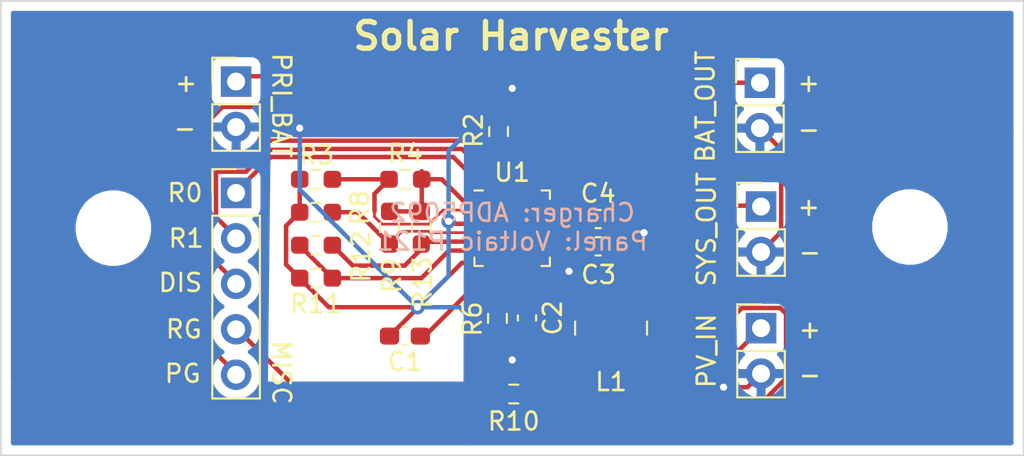
<source format=kicad_pcb>
(kicad_pcb (version 20171130) (host pcbnew 5.1.9+dfsg1-1)

  (general
    (thickness 1.6)
    (drawings 24)
    (tracks 203)
    (zones 0)
    (modules 23)
    (nets 22)
  )

  (page A4)
  (layers
    (0 F.Cu signal hide)
    (31 B.Cu signal hide)
    (32 B.Adhes user)
    (33 F.Adhes user)
    (34 B.Paste user)
    (35 F.Paste user)
    (36 B.SilkS user hide)
    (37 F.SilkS user)
    (38 B.Mask user)
    (39 F.Mask user)
    (40 Dwgs.User user)
    (41 Cmts.User user)
    (42 Eco1.User user)
    (43 Eco2.User user)
    (44 Edge.Cuts user)
    (45 Margin user)
    (46 B.CrtYd user)
    (47 F.CrtYd user)
    (48 B.Fab user)
    (49 F.Fab user hide)
  )

  (setup
    (last_trace_width 0.25)
    (user_trace_width 0.15)
    (trace_clearance 0.15)
    (zone_clearance 0.508)
    (zone_45_only no)
    (trace_min 0.15)
    (via_size 0.8)
    (via_drill 0.4)
    (via_min_size 0.4)
    (via_min_drill 0.3)
    (uvia_size 0.3)
    (uvia_drill 0.1)
    (uvias_allowed no)
    (uvia_min_size 0.2)
    (uvia_min_drill 0.1)
    (edge_width 0.05)
    (segment_width 0.2)
    (pcb_text_width 0.3)
    (pcb_text_size 1.5 1.5)
    (mod_edge_width 0.12)
    (mod_text_size 1 1)
    (mod_text_width 0.15)
    (pad_size 1.524 1.524)
    (pad_drill 0.762)
    (pad_to_mask_clearance 0)
    (aux_axis_origin 0 0)
    (visible_elements FFFFFF7F)
    (pcbplotparams
      (layerselection 0x010fc_ffffffff)
      (usegerberextensions true)
      (usegerberattributes true)
      (usegerberadvancedattributes true)
      (creategerberjobfile true)
      (excludeedgelayer true)
      (linewidth 0.100000)
      (plotframeref false)
      (viasonmask false)
      (mode 1)
      (useauxorigin false)
      (hpglpennumber 1)
      (hpglpenspeed 20)
      (hpglpendiameter 15.000000)
      (psnegative false)
      (psa4output false)
      (plotreference true)
      (plotvalue true)
      (plotinvisibletext false)
      (padsonsilk false)
      (subtractmaskfromsilk false)
      (outputformat 1)
      (mirror false)
      (drillshape 0)
      (scaleselection 1)
      (outputdirectory "./gerbers"))
  )

  (net 0 "")
  (net 1 GND)
  (net 2 "Net-(C1-Pad1)")
  (net 3 "Net-(C2-Pad1)")
  (net 4 "Net-(C3-Pad1)")
  (net 5 "Net-(C4-Pad1)")
  (net 6 "Net-(J1-Pad1)")
  (net 7 "Net-(J3-Pad5)")
  (net 8 "Net-(J3-Pad4)")
  (net 9 "Net-(J3-Pad3)")
  (net 10 "Net-(J3-Pad2)")
  (net 11 "Net-(J3-Pad1)")
  (net 12 "Net-(J4-Pad1)")
  (net 13 "Net-(L1-Pad2)")
  (net 14 "Net-(R2-Pad1)")
  (net 15 "Net-(R3-Pad1)")
  (net 16 "Net-(R13-Pad2)")
  (net 17 "Net-(R10-Pad1)")
  (net 18 "Net-(R8-Pad1)")
  (net 19 "Net-(R11-Pad1)")
  (net 20 "Net-(R12-Pad2)")
  (net 21 "Net-(U1-Pad20)")

  (net_class Default "This is the default net class."
    (clearance 0.15)
    (trace_width 0.25)
    (via_dia 0.8)
    (via_drill 0.4)
    (uvia_dia 0.3)
    (uvia_drill 0.1)
    (add_net GND)
    (add_net "Net-(C1-Pad1)")
    (add_net "Net-(C2-Pad1)")
    (add_net "Net-(C3-Pad1)")
    (add_net "Net-(C4-Pad1)")
    (add_net "Net-(J1-Pad1)")
    (add_net "Net-(J3-Pad1)")
    (add_net "Net-(J3-Pad2)")
    (add_net "Net-(J3-Pad3)")
    (add_net "Net-(J3-Pad4)")
    (add_net "Net-(J3-Pad5)")
    (add_net "Net-(J4-Pad1)")
    (add_net "Net-(L1-Pad2)")
    (add_net "Net-(R10-Pad1)")
    (add_net "Net-(R11-Pad1)")
    (add_net "Net-(R12-Pad2)")
    (add_net "Net-(R13-Pad2)")
    (add_net "Net-(R2-Pad1)")
    (add_net "Net-(R3-Pad1)")
    (add_net "Net-(R8-Pad1)")
    (add_net "Net-(U1-Pad20)")
  )

  (net_class Thin ""
    (clearance 0.15)
    (trace_width 0.15)
    (via_dia 0.8)
    (via_drill 0.4)
    (uvia_dia 0.3)
    (uvia_drill 0.1)
  )

  (module Resistor_SMD:R_0603_1608Metric_Pad0.98x0.95mm_HandSolder (layer F.Cu) (tedit 5F68FEEE) (tstamp 61972765)
    (at 140.081 73.4695)
    (descr "Resistor SMD 0603 (1608 Metric), square (rectangular) end terminal, IPC_7351 nominal with elongated pad for handsoldering. (Body size source: IPC-SM-782 page 72, https://www.pcb-3d.com/wordpress/wp-content/uploads/ipc-sm-782a_amendment_1_and_2.pdf), generated with kicad-footprint-generator")
    (tags "resistor handsolder")
    (path /61988A18)
    (attr smd)
    (fp_text reference R4 (at 0 -1.43) (layer F.SilkS)
      (effects (font (size 1 1) (thickness 0.15)))
    )
    (fp_text value R (at 0 1.43) (layer F.Fab)
      (effects (font (size 1 1) (thickness 0.15)))
    )
    (fp_line (start 1.65 0.73) (end -1.65 0.73) (layer F.CrtYd) (width 0.05))
    (fp_line (start 1.65 -0.73) (end 1.65 0.73) (layer F.CrtYd) (width 0.05))
    (fp_line (start -1.65 -0.73) (end 1.65 -0.73) (layer F.CrtYd) (width 0.05))
    (fp_line (start -1.65 0.73) (end -1.65 -0.73) (layer F.CrtYd) (width 0.05))
    (fp_line (start -0.254724 0.5225) (end 0.254724 0.5225) (layer F.SilkS) (width 0.12))
    (fp_line (start -0.254724 -0.5225) (end 0.254724 -0.5225) (layer F.SilkS) (width 0.12))
    (fp_line (start 0.8 0.4125) (end -0.8 0.4125) (layer F.Fab) (width 0.1))
    (fp_line (start 0.8 -0.4125) (end 0.8 0.4125) (layer F.Fab) (width 0.1))
    (fp_line (start -0.8 -0.4125) (end 0.8 -0.4125) (layer F.Fab) (width 0.1))
    (fp_line (start -0.8 0.4125) (end -0.8 -0.4125) (layer F.Fab) (width 0.1))
    (fp_text user %R (at 0 0) (layer F.Fab)
      (effects (font (size 0.4 0.4) (thickness 0.06)))
    )
    (pad 2 smd roundrect (at 0.9125 0) (size 0.975 0.95) (layers F.Cu F.Paste F.Mask) (roundrect_rratio 0.25)
      (net 16 "Net-(R13-Pad2)"))
    (pad 1 smd roundrect (at -0.9125 0) (size 0.975 0.95) (layers F.Cu F.Paste F.Mask) (roundrect_rratio 0.25)
      (net 15 "Net-(R3-Pad1)"))
    (model ${KISYS3DMOD}/Resistor_SMD.3dshapes/R_0603_1608Metric.wrl
      (at (xyz 0 0 0))
      (scale (xyz 1 1 1))
      (rotate (xyz 0 0 0))
    )
  )

  (module Resistor_SMD:R_0603_1608Metric_Pad0.98x0.95mm_HandSolder (layer F.Cu) (tedit 5F68FEEE) (tstamp 619727ED)
    (at 135.088 77.1525)
    (descr "Resistor SMD 0603 (1608 Metric), square (rectangular) end terminal, IPC_7351 nominal with elongated pad for handsoldering. (Body size source: IPC-SM-782 page 72, https://www.pcb-3d.com/wordpress/wp-content/uploads/ipc-sm-782a_amendment_1_and_2.pdf), generated with kicad-footprint-generator")
    (tags "resistor handsolder")
    (path /6196F6EF)
    (attr smd)
    (fp_text reference R12 (at 2.5165 0.635 270) (layer F.SilkS)
      (effects (font (size 1 1) (thickness 0.15)))
    )
    (fp_text value R (at 0 1.43) (layer F.Fab)
      (effects (font (size 1 1) (thickness 0.15)))
    )
    (fp_line (start 1.65 0.73) (end -1.65 0.73) (layer F.CrtYd) (width 0.05))
    (fp_line (start 1.65 -0.73) (end 1.65 0.73) (layer F.CrtYd) (width 0.05))
    (fp_line (start -1.65 -0.73) (end 1.65 -0.73) (layer F.CrtYd) (width 0.05))
    (fp_line (start -1.65 0.73) (end -1.65 -0.73) (layer F.CrtYd) (width 0.05))
    (fp_line (start -0.254724 0.5225) (end 0.254724 0.5225) (layer F.SilkS) (width 0.12))
    (fp_line (start -0.254724 -0.5225) (end 0.254724 -0.5225) (layer F.SilkS) (width 0.12))
    (fp_line (start 0.8 0.4125) (end -0.8 0.4125) (layer F.Fab) (width 0.1))
    (fp_line (start 0.8 -0.4125) (end 0.8 0.4125) (layer F.Fab) (width 0.1))
    (fp_line (start -0.8 -0.4125) (end 0.8 -0.4125) (layer F.Fab) (width 0.1))
    (fp_line (start -0.8 0.4125) (end -0.8 -0.4125) (layer F.Fab) (width 0.1))
    (fp_text user %R (at 0 0) (layer F.Fab)
      (effects (font (size 0.4 0.4) (thickness 0.06)))
    )
    (pad 2 smd roundrect (at 0.9125 0) (size 0.975 0.95) (layers F.Cu F.Paste F.Mask) (roundrect_rratio 0.25)
      (net 20 "Net-(R12-Pad2)"))
    (pad 1 smd roundrect (at -0.9125 0) (size 0.975 0.95) (layers F.Cu F.Paste F.Mask) (roundrect_rratio 0.25)
      (net 19 "Net-(R11-Pad1)"))
    (model ${KISYS3DMOD}/Resistor_SMD.3dshapes/R_0603_1608Metric.wrl
      (at (xyz 0 0 0))
      (scale (xyz 1 1 1))
      (rotate (xyz 0 0 0))
    )
  )

  (module Resistor_SMD:R_0603_1608Metric_Pad0.98x0.95mm_HandSolder (layer F.Cu) (tedit 5F68FEEE) (tstamp 61972754)
    (at 135.088 73.4695 180)
    (descr "Resistor SMD 0603 (1608 Metric), square (rectangular) end terminal, IPC_7351 nominal with elongated pad for handsoldering. (Body size source: IPC-SM-782 page 72, https://www.pcb-3d.com/wordpress/wp-content/uploads/ipc-sm-782a_amendment_1_and_2.pdf), generated with kicad-footprint-generator")
    (tags "resistor handsolder")
    (path /61992849)
    (attr smd)
    (fp_text reference R3 (at -0.04 1.3335) (layer F.SilkS)
      (effects (font (size 1 1) (thickness 0.15)))
    )
    (fp_text value R (at 0 1.43) (layer F.Fab)
      (effects (font (size 1 1) (thickness 0.15)))
    )
    (fp_line (start 1.65 0.73) (end -1.65 0.73) (layer F.CrtYd) (width 0.05))
    (fp_line (start 1.65 -0.73) (end 1.65 0.73) (layer F.CrtYd) (width 0.05))
    (fp_line (start -1.65 -0.73) (end 1.65 -0.73) (layer F.CrtYd) (width 0.05))
    (fp_line (start -1.65 0.73) (end -1.65 -0.73) (layer F.CrtYd) (width 0.05))
    (fp_line (start -0.254724 0.5225) (end 0.254724 0.5225) (layer F.SilkS) (width 0.12))
    (fp_line (start -0.254724 -0.5225) (end 0.254724 -0.5225) (layer F.SilkS) (width 0.12))
    (fp_line (start 0.8 0.4125) (end -0.8 0.4125) (layer F.Fab) (width 0.1))
    (fp_line (start 0.8 -0.4125) (end 0.8 0.4125) (layer F.Fab) (width 0.1))
    (fp_line (start -0.8 -0.4125) (end 0.8 -0.4125) (layer F.Fab) (width 0.1))
    (fp_line (start -0.8 0.4125) (end -0.8 -0.4125) (layer F.Fab) (width 0.1))
    (fp_text user %R (at 0 0) (layer F.Fab)
      (effects (font (size 0.4 0.4) (thickness 0.06)))
    )
    (pad 2 smd roundrect (at 0.9125 0 180) (size 0.975 0.95) (layers F.Cu F.Paste F.Mask) (roundrect_rratio 0.25)
      (net 1 GND))
    (pad 1 smd roundrect (at -0.9125 0 180) (size 0.975 0.95) (layers F.Cu F.Paste F.Mask) (roundrect_rratio 0.25)
      (net 15 "Net-(R3-Pad1)"))
    (model ${KISYS3DMOD}/Resistor_SMD.3dshapes/R_0603_1608Metric.wrl
      (at (xyz 0 0 0))
      (scale (xyz 1 1 1))
      (rotate (xyz 0 0 0))
    )
  )

  (module Resistor_SMD:R_0603_1608Metric_Pad0.98x0.95mm_HandSolder (layer F.Cu) (tedit 5F68FEEE) (tstamp 619727BA)
    (at 139.192 76.1765 90)
    (descr "Resistor SMD 0603 (1608 Metric), square (rectangular) end terminal, IPC_7351 nominal with elongated pad for handsoldering. (Body size source: IPC-SM-782 page 72, https://www.pcb-3d.com/wordpress/wp-content/uploads/ipc-sm-782a_amendment_1_and_2.pdf), generated with kicad-footprint-generator")
    (tags "resistor handsolder")
    (path /61998715)
    (attr smd)
    (fp_text reference R9 (at -2.6905 0.127 90) (layer F.SilkS)
      (effects (font (size 1 1) (thickness 0.15)))
    )
    (fp_text value R (at 0 1.43 90) (layer F.Fab)
      (effects (font (size 1 1) (thickness 0.15)))
    )
    (fp_line (start 1.65 0.73) (end -1.65 0.73) (layer F.CrtYd) (width 0.05))
    (fp_line (start 1.65 -0.73) (end 1.65 0.73) (layer F.CrtYd) (width 0.05))
    (fp_line (start -1.65 -0.73) (end 1.65 -0.73) (layer F.CrtYd) (width 0.05))
    (fp_line (start -1.65 0.73) (end -1.65 -0.73) (layer F.CrtYd) (width 0.05))
    (fp_line (start -0.254724 0.5225) (end 0.254724 0.5225) (layer F.SilkS) (width 0.12))
    (fp_line (start -0.254724 -0.5225) (end 0.254724 -0.5225) (layer F.SilkS) (width 0.12))
    (fp_line (start 0.8 0.4125) (end -0.8 0.4125) (layer F.Fab) (width 0.1))
    (fp_line (start 0.8 -0.4125) (end 0.8 0.4125) (layer F.Fab) (width 0.1))
    (fp_line (start -0.8 -0.4125) (end 0.8 -0.4125) (layer F.Fab) (width 0.1))
    (fp_line (start -0.8 0.4125) (end -0.8 -0.4125) (layer F.Fab) (width 0.1))
    (fp_text user %R (at 0 0 90) (layer F.Fab)
      (effects (font (size 0.4 0.4) (thickness 0.06)))
    )
    (pad 2 smd roundrect (at 0.9125 0 90) (size 0.975 0.95) (layers F.Cu F.Paste F.Mask) (roundrect_rratio 0.25)
      (net 16 "Net-(R13-Pad2)"))
    (pad 1 smd roundrect (at -0.9125 0 90) (size 0.975 0.95) (layers F.Cu F.Paste F.Mask) (roundrect_rratio 0.25)
      (net 18 "Net-(R8-Pad1)"))
    (model ${KISYS3DMOD}/Resistor_SMD.3dshapes/R_0603_1608Metric.wrl
      (at (xyz 0 0 0))
      (scale (xyz 1 1 1))
      (rotate (xyz 0 0 0))
    )
  )

  (module Resistor_SMD:R_0603_1608Metric_Pad0.98x0.95mm_HandSolder (layer F.Cu) (tedit 5F68FEEE) (tstamp 619727DC)
    (at 135.088 78.994 180)
    (descr "Resistor SMD 0603 (1608 Metric), square (rectangular) end terminal, IPC_7351 nominal with elongated pad for handsoldering. (Body size source: IPC-SM-782 page 72, https://www.pcb-3d.com/wordpress/wp-content/uploads/ipc-sm-782a_amendment_1_and_2.pdf), generated with kicad-footprint-generator")
    (tags "resistor handsolder")
    (path /6199D507)
    (attr smd)
    (fp_text reference R11 (at 0 -1.43) (layer F.SilkS)
      (effects (font (size 1 1) (thickness 0.15)))
    )
    (fp_text value R (at 0 1.43) (layer F.Fab)
      (effects (font (size 1 1) (thickness 0.15)))
    )
    (fp_line (start 1.65 0.73) (end -1.65 0.73) (layer F.CrtYd) (width 0.05))
    (fp_line (start 1.65 -0.73) (end 1.65 0.73) (layer F.CrtYd) (width 0.05))
    (fp_line (start -1.65 -0.73) (end 1.65 -0.73) (layer F.CrtYd) (width 0.05))
    (fp_line (start -1.65 0.73) (end -1.65 -0.73) (layer F.CrtYd) (width 0.05))
    (fp_line (start -0.254724 0.5225) (end 0.254724 0.5225) (layer F.SilkS) (width 0.12))
    (fp_line (start -0.254724 -0.5225) (end 0.254724 -0.5225) (layer F.SilkS) (width 0.12))
    (fp_line (start 0.8 0.4125) (end -0.8 0.4125) (layer F.Fab) (width 0.1))
    (fp_line (start 0.8 -0.4125) (end 0.8 0.4125) (layer F.Fab) (width 0.1))
    (fp_line (start -0.8 -0.4125) (end 0.8 -0.4125) (layer F.Fab) (width 0.1))
    (fp_line (start -0.8 0.4125) (end -0.8 -0.4125) (layer F.Fab) (width 0.1))
    (fp_text user %R (at 0 0) (layer F.Fab)
      (effects (font (size 0.4 0.4) (thickness 0.06)))
    )
    (pad 2 smd roundrect (at 0.9125 0 180) (size 0.975 0.95) (layers F.Cu F.Paste F.Mask) (roundrect_rratio 0.25)
      (net 1 GND))
    (pad 1 smd roundrect (at -0.9125 0 180) (size 0.975 0.95) (layers F.Cu F.Paste F.Mask) (roundrect_rratio 0.25)
      (net 19 "Net-(R11-Pad1)"))
    (model ${KISYS3DMOD}/Resistor_SMD.3dshapes/R_0603_1608Metric.wrl
      (at (xyz 0 0 0))
      (scale (xyz 1 1 1))
      (rotate (xyz 0 0 0))
    )
  )

  (module Resistor_SMD:R_0603_1608Metric_Pad0.98x0.95mm_HandSolder (layer F.Cu) (tedit 5F68FEEE) (tstamp 619727A9)
    (at 135.088 75.311 180)
    (descr "Resistor SMD 0603 (1608 Metric), square (rectangular) end terminal, IPC_7351 nominal with elongated pad for handsoldering. (Body size source: IPC-SM-782 page 72, https://www.pcb-3d.com/wordpress/wp-content/uploads/ipc-sm-782a_amendment_1_and_2.pdf), generated with kicad-footprint-generator")
    (tags "resistor handsolder")
    (path /61981330)
    (attr smd)
    (fp_text reference R8 (at -2.453 0.254 270) (layer F.SilkS)
      (effects (font (size 1 1) (thickness 0.15)))
    )
    (fp_text value R (at 0 1.43) (layer F.Fab)
      (effects (font (size 1 1) (thickness 0.15)))
    )
    (fp_line (start 1.65 0.73) (end -1.65 0.73) (layer F.CrtYd) (width 0.05))
    (fp_line (start 1.65 -0.73) (end 1.65 0.73) (layer F.CrtYd) (width 0.05))
    (fp_line (start -1.65 -0.73) (end 1.65 -0.73) (layer F.CrtYd) (width 0.05))
    (fp_line (start -1.65 0.73) (end -1.65 -0.73) (layer F.CrtYd) (width 0.05))
    (fp_line (start -0.254724 0.5225) (end 0.254724 0.5225) (layer F.SilkS) (width 0.12))
    (fp_line (start -0.254724 -0.5225) (end 0.254724 -0.5225) (layer F.SilkS) (width 0.12))
    (fp_line (start 0.8 0.4125) (end -0.8 0.4125) (layer F.Fab) (width 0.1))
    (fp_line (start 0.8 -0.4125) (end 0.8 0.4125) (layer F.Fab) (width 0.1))
    (fp_line (start -0.8 -0.4125) (end 0.8 -0.4125) (layer F.Fab) (width 0.1))
    (fp_line (start -0.8 0.4125) (end -0.8 -0.4125) (layer F.Fab) (width 0.1))
    (fp_text user %R (at 0 0) (layer F.Fab)
      (effects (font (size 0.4 0.4) (thickness 0.06)))
    )
    (pad 2 smd roundrect (at 0.9125 0 180) (size 0.975 0.95) (layers F.Cu F.Paste F.Mask) (roundrect_rratio 0.25)
      (net 1 GND))
    (pad 1 smd roundrect (at -0.9125 0 180) (size 0.975 0.95) (layers F.Cu F.Paste F.Mask) (roundrect_rratio 0.25)
      (net 18 "Net-(R8-Pad1)"))
    (model ${KISYS3DMOD}/Resistor_SMD.3dshapes/R_0603_1608Metric.wrl
      (at (xyz 0 0 0))
      (scale (xyz 1 1 1))
      (rotate (xyz 0 0 0))
    )
  )

  (module Resistor_SMD:R_0603_1608Metric_Pad0.98x0.95mm_HandSolder (layer F.Cu) (tedit 5F68FEEE) (tstamp 619727FE)
    (at 140.97 76.1765 90)
    (descr "Resistor SMD 0603 (1608 Metric), square (rectangular) end terminal, IPC_7351 nominal with elongated pad for handsoldering. (Body size source: IPC-SM-782 page 72, https://www.pcb-3d.com/wordpress/wp-content/uploads/ipc-sm-782a_amendment_1_and_2.pdf), generated with kicad-footprint-generator")
    (tags "resistor handsolder")
    (path /619A286A)
    (attr smd)
    (fp_text reference R13 (at -3.0715 0.0635 90) (layer F.SilkS)
      (effects (font (size 1 1) (thickness 0.15)))
    )
    (fp_text value R (at 0 1.43 90) (layer F.Fab)
      (effects (font (size 1 1) (thickness 0.15)))
    )
    (fp_line (start 1.65 0.73) (end -1.65 0.73) (layer F.CrtYd) (width 0.05))
    (fp_line (start 1.65 -0.73) (end 1.65 0.73) (layer F.CrtYd) (width 0.05))
    (fp_line (start -1.65 -0.73) (end 1.65 -0.73) (layer F.CrtYd) (width 0.05))
    (fp_line (start -1.65 0.73) (end -1.65 -0.73) (layer F.CrtYd) (width 0.05))
    (fp_line (start -0.254724 0.5225) (end 0.254724 0.5225) (layer F.SilkS) (width 0.12))
    (fp_line (start -0.254724 -0.5225) (end 0.254724 -0.5225) (layer F.SilkS) (width 0.12))
    (fp_line (start 0.8 0.4125) (end -0.8 0.4125) (layer F.Fab) (width 0.1))
    (fp_line (start 0.8 -0.4125) (end 0.8 0.4125) (layer F.Fab) (width 0.1))
    (fp_line (start -0.8 -0.4125) (end 0.8 -0.4125) (layer F.Fab) (width 0.1))
    (fp_line (start -0.8 0.4125) (end -0.8 -0.4125) (layer F.Fab) (width 0.1))
    (fp_text user %R (at 0 0 90) (layer F.Fab)
      (effects (font (size 0.4 0.4) (thickness 0.06)))
    )
    (pad 2 smd roundrect (at 0.9125 0 90) (size 0.975 0.95) (layers F.Cu F.Paste F.Mask) (roundrect_rratio 0.25)
      (net 16 "Net-(R13-Pad2)"))
    (pad 1 smd roundrect (at -0.9125 0 90) (size 0.975 0.95) (layers F.Cu F.Paste F.Mask) (roundrect_rratio 0.25)
      (net 20 "Net-(R12-Pad2)"))
    (model ${KISYS3DMOD}/Resistor_SMD.3dshapes/R_0603_1608Metric.wrl
      (at (xyz 0 0 0))
      (scale (xyz 1 1 1))
      (rotate (xyz 0 0 0))
    )
  )

  (module Resistor_SMD:R_0603_1608Metric_Pad0.98x0.95mm_HandSolder (layer F.Cu) (tedit 5F68FEEE) (tstamp 61972787)
    (at 145.2245 81.24 270)
    (descr "Resistor SMD 0603 (1608 Metric), square (rectangular) end terminal, IPC_7351 nominal with elongated pad for handsoldering. (Body size source: IPC-SM-782 page 72, https://www.pcb-3d.com/wordpress/wp-content/uploads/ipc-sm-782a_amendment_1_and_2.pdf), generated with kicad-footprint-generator")
    (tags "resistor handsolder")
    (path /619DC67F)
    (attr smd)
    (fp_text reference R6 (at 0.04 1.397 90) (layer F.SilkS)
      (effects (font (size 1 1) (thickness 0.15)))
    )
    (fp_text value R (at 0 1.43 90) (layer F.Fab)
      (effects (font (size 1 1) (thickness 0.15)))
    )
    (fp_line (start 1.65 0.73) (end -1.65 0.73) (layer F.CrtYd) (width 0.05))
    (fp_line (start 1.65 -0.73) (end 1.65 0.73) (layer F.CrtYd) (width 0.05))
    (fp_line (start -1.65 -0.73) (end 1.65 -0.73) (layer F.CrtYd) (width 0.05))
    (fp_line (start -1.65 0.73) (end -1.65 -0.73) (layer F.CrtYd) (width 0.05))
    (fp_line (start -0.254724 0.5225) (end 0.254724 0.5225) (layer F.SilkS) (width 0.12))
    (fp_line (start -0.254724 -0.5225) (end 0.254724 -0.5225) (layer F.SilkS) (width 0.12))
    (fp_line (start 0.8 0.4125) (end -0.8 0.4125) (layer F.Fab) (width 0.1))
    (fp_line (start 0.8 -0.4125) (end 0.8 0.4125) (layer F.Fab) (width 0.1))
    (fp_line (start -0.8 -0.4125) (end 0.8 -0.4125) (layer F.Fab) (width 0.1))
    (fp_line (start -0.8 0.4125) (end -0.8 -0.4125) (layer F.Fab) (width 0.1))
    (fp_text user %R (at 0 0 90) (layer F.Fab)
      (effects (font (size 0.4 0.4) (thickness 0.06)))
    )
    (pad 2 smd roundrect (at 0.9125 0 270) (size 0.975 0.95) (layers F.Cu F.Paste F.Mask) (roundrect_rratio 0.25)
      (net 1 GND))
    (pad 1 smd roundrect (at -0.9125 0 270) (size 0.975 0.95) (layers F.Cu F.Paste F.Mask) (roundrect_rratio 0.25)
      (net 17 "Net-(R10-Pad1)"))
    (model ${KISYS3DMOD}/Resistor_SMD.3dshapes/R_0603_1608Metric.wrl
      (at (xyz 0 0 0))
      (scale (xyz 1 1 1))
      (rotate (xyz 0 0 0))
    )
  )

  (module Package_CSP:LFCSP-24-1EP_4x4mm_P0.5mm_EP2.3x2.3mm (layer F.Cu) (tedit 5DACB65C) (tstamp 61975EA2)
    (at 146.0465 76.2035)
    (descr "LFCSP, 24 Pin (https://www.analog.com/media/en/package-pcb-resources/package/pkg_pdf/lfcspcp/cp_24_14.pdf), generated with kicad-footprint-generator ipc_noLead_generator.py")
    (tags "LFCSP NoLead")
    (path /6196BCCC)
    (attr smd)
    (fp_text reference U1 (at 0 -3.115) (layer F.SilkS)
      (effects (font (size 1 1) (thickness 0.15)))
    )
    (fp_text value ADP5092 (at 0 3.32) (layer F.Fab)
      (effects (font (size 1 1) (thickness 0.15)))
    )
    (fp_line (start 2.62 -2.62) (end -2.62 -2.62) (layer F.CrtYd) (width 0.05))
    (fp_line (start 2.62 2.62) (end 2.62 -2.62) (layer F.CrtYd) (width 0.05))
    (fp_line (start -2.62 2.62) (end 2.62 2.62) (layer F.CrtYd) (width 0.05))
    (fp_line (start -2.62 -2.62) (end -2.62 2.62) (layer F.CrtYd) (width 0.05))
    (fp_line (start -2 -1) (end -1 -2) (layer F.Fab) (width 0.1))
    (fp_line (start -2 2) (end -2 -1) (layer F.Fab) (width 0.1))
    (fp_line (start 2 2) (end -2 2) (layer F.Fab) (width 0.1))
    (fp_line (start 2 -2) (end 2 2) (layer F.Fab) (width 0.1))
    (fp_line (start -1 -2) (end 2 -2) (layer F.Fab) (width 0.1))
    (fp_line (start -1.635 -2.11) (end -2.11 -2.11) (layer F.SilkS) (width 0.12))
    (fp_line (start 2.11 2.11) (end 2.11 1.635) (layer F.SilkS) (width 0.12))
    (fp_line (start 1.635 2.11) (end 2.11 2.11) (layer F.SilkS) (width 0.12))
    (fp_line (start -2.11 2.11) (end -2.11 1.635) (layer F.SilkS) (width 0.12))
    (fp_line (start -1.635 2.11) (end -2.11 2.11) (layer F.SilkS) (width 0.12))
    (fp_line (start 2.11 -2.11) (end 2.11 -1.635) (layer F.SilkS) (width 0.12))
    (fp_line (start 1.635 -2.11) (end 2.11 -2.11) (layer F.SilkS) (width 0.12))
    (fp_text user %R (at 0 0) (layer F.Fab)
      (effects (font (size 1 1) (thickness 0.15)))
    )
    (pad 24 smd roundrect (at -1.25 -1.9375) (size 0.25 0.875) (layers F.Cu F.Paste F.Mask) (roundrect_rratio 0.25)
      (net 11 "Net-(J3-Pad1)"))
    (pad 23 smd roundrect (at -0.75 -1.9375) (size 0.25 0.875) (layers F.Cu F.Paste F.Mask) (roundrect_rratio 0.25)
      (net 10 "Net-(J3-Pad2)"))
    (pad 22 smd roundrect (at -0.25 -1.9375) (size 0.25 0.875) (layers F.Cu F.Paste F.Mask) (roundrect_rratio 0.25)
      (net 9 "Net-(J3-Pad3)"))
    (pad 21 smd roundrect (at 0.25 -1.9375) (size 0.25 0.875) (layers F.Cu F.Paste F.Mask) (roundrect_rratio 0.25)
      (net 14 "Net-(R2-Pad1)"))
    (pad 20 smd roundrect (at 0.75 -1.9375) (size 0.25 0.875) (layers F.Cu F.Paste F.Mask) (roundrect_rratio 0.25)
      (net 21 "Net-(U1-Pad20)"))
    (pad 19 smd roundrect (at 1.25 -1.9375) (size 0.25 0.875) (layers F.Cu F.Paste F.Mask) (roundrect_rratio 0.25)
      (net 7 "Net-(J3-Pad5)"))
    (pad 18 smd roundrect (at 1.9375 -1.25) (size 0.875 0.25) (layers F.Cu F.Paste F.Mask) (roundrect_rratio 0.25)
      (net 6 "Net-(J1-Pad1)"))
    (pad 17 smd roundrect (at 1.9375 -0.75) (size 0.875 0.25) (layers F.Cu F.Paste F.Mask) (roundrect_rratio 0.25)
      (net 12 "Net-(J4-Pad1)"))
    (pad 16 smd roundrect (at 1.9375 -0.25) (size 0.875 0.25) (layers F.Cu F.Paste F.Mask) (roundrect_rratio 0.25)
      (net 5 "Net-(C4-Pad1)"))
    (pad 15 smd roundrect (at 1.9375 0.25) (size 0.875 0.25) (layers F.Cu F.Paste F.Mask) (roundrect_rratio 0.25)
      (net 4 "Net-(C3-Pad1)"))
    (pad 14 smd roundrect (at 1.9375 0.75) (size 0.875 0.25) (layers F.Cu F.Paste F.Mask) (roundrect_rratio 0.25)
      (net 4 "Net-(C3-Pad1)"))
    (pad 13 smd roundrect (at 1.9375 1.25) (size 0.875 0.25) (layers F.Cu F.Paste F.Mask) (roundrect_rratio 0.25)
      (net 13 "Net-(L1-Pad2)"))
    (pad 12 smd roundrect (at 1.25 1.9375) (size 0.25 0.875) (layers F.Cu F.Paste F.Mask) (roundrect_rratio 0.25)
      (net 1 GND))
    (pad 11 smd roundrect (at 0.75 1.9375) (size 0.25 0.875) (layers F.Cu F.Paste F.Mask) (roundrect_rratio 0.25)
      (net 8 "Net-(J3-Pad4)"))
    (pad 10 smd roundrect (at 0.25 1.9375) (size 0.25 0.875) (layers F.Cu F.Paste F.Mask) (roundrect_rratio 0.25)
      (net 3 "Net-(C2-Pad1)"))
    (pad 9 smd roundrect (at -0.25 1.9375) (size 0.25 0.875) (layers F.Cu F.Paste F.Mask) (roundrect_rratio 0.25)
      (net 17 "Net-(R10-Pad1)"))
    (pad 8 smd roundrect (at -0.75 1.9375) (size 0.25 0.875) (layers F.Cu F.Paste F.Mask) (roundrect_rratio 0.25)
      (net 2 "Net-(C1-Pad1)"))
    (pad 7 smd roundrect (at -1.25 1.9375) (size 0.25 0.875) (layers F.Cu F.Paste F.Mask) (roundrect_rratio 0.25)
      (net 1 GND))
    (pad 6 smd roundrect (at -1.9375 1.25) (size 0.875 0.25) (layers F.Cu F.Paste F.Mask) (roundrect_rratio 0.25)
      (net 19 "Net-(R11-Pad1)"))
    (pad 5 smd roundrect (at -1.9375 0.75) (size 0.875 0.25) (layers F.Cu F.Paste F.Mask) (roundrect_rratio 0.25)
      (net 20 "Net-(R12-Pad2)"))
    (pad 4 smd roundrect (at -1.9375 0.25) (size 0.875 0.25) (layers F.Cu F.Paste F.Mask) (roundrect_rratio 0.25)
      (net 18 "Net-(R8-Pad1)"))
    (pad 3 smd roundrect (at -1.9375 -0.25) (size 0.875 0.25) (layers F.Cu F.Paste F.Mask) (roundrect_rratio 0.25)
      (net 1 GND))
    (pad 2 smd roundrect (at -1.9375 -0.75) (size 0.875 0.25) (layers F.Cu F.Paste F.Mask) (roundrect_rratio 0.25)
      (net 15 "Net-(R3-Pad1)"))
    (pad 1 smd roundrect (at -1.9375 -1.25) (size 0.875 0.25) (layers F.Cu F.Paste F.Mask) (roundrect_rratio 0.25)
      (net 16 "Net-(R13-Pad2)"))
    (pad "" smd roundrect (at 0.575 0.575) (size 0.93 0.93) (layers F.Paste) (roundrect_rratio 0.25))
    (pad "" smd roundrect (at 0.575 -0.575) (size 0.93 0.93) (layers F.Paste) (roundrect_rratio 0.25))
    (pad "" smd roundrect (at -0.575 0.575) (size 0.93 0.93) (layers F.Paste) (roundrect_rratio 0.25))
    (pad "" smd roundrect (at -0.575 -0.575) (size 0.93 0.93) (layers F.Paste) (roundrect_rratio 0.25))
    (pad 25 smd roundrect (at 0 0) (size 2.3 2.3) (layers F.Cu F.Mask) (roundrect_rratio 0.108695652173913)
      (net 1 GND))
    (model ${KISYS3DMOD}/Package_CSP.3dshapes/LFCSP-24-1EP_4x4mm_P0.5mm_EP2.3x2.3mm.wrl
      (at (xyz 0 0 0))
      (scale (xyz 1 1 1))
      (rotate (xyz 0 0 0))
    )
  )

  (module Resistor_SMD:R_0603_1608Metric_Pad0.98x0.95mm_HandSolder (layer F.Cu) (tedit 5F68FEEE) (tstamp 619727CB)
    (at 146.137 85.471)
    (descr "Resistor SMD 0603 (1608 Metric), square (rectangular) end terminal, IPC_7351 nominal with elongated pad for handsoldering. (Body size source: IPC-SM-782 page 72, https://www.pcb-3d.com/wordpress/wp-content/uploads/ipc-sm-782a_amendment_1_and_2.pdf), generated with kicad-footprint-generator")
    (tags "resistor handsolder")
    (path /619D7588)
    (attr smd)
    (fp_text reference R10 (at 0 1.524) (layer F.SilkS)
      (effects (font (size 1 1) (thickness 0.15)))
    )
    (fp_text value R (at 0 1.43) (layer F.Fab)
      (effects (font (size 1 1) (thickness 0.15)))
    )
    (fp_line (start 1.65 0.73) (end -1.65 0.73) (layer F.CrtYd) (width 0.05))
    (fp_line (start 1.65 -0.73) (end 1.65 0.73) (layer F.CrtYd) (width 0.05))
    (fp_line (start -1.65 -0.73) (end 1.65 -0.73) (layer F.CrtYd) (width 0.05))
    (fp_line (start -1.65 0.73) (end -1.65 -0.73) (layer F.CrtYd) (width 0.05))
    (fp_line (start -0.254724 0.5225) (end 0.254724 0.5225) (layer F.SilkS) (width 0.12))
    (fp_line (start -0.254724 -0.5225) (end 0.254724 -0.5225) (layer F.SilkS) (width 0.12))
    (fp_line (start 0.8 0.4125) (end -0.8 0.4125) (layer F.Fab) (width 0.1))
    (fp_line (start 0.8 -0.4125) (end 0.8 0.4125) (layer F.Fab) (width 0.1))
    (fp_line (start -0.8 -0.4125) (end 0.8 -0.4125) (layer F.Fab) (width 0.1))
    (fp_line (start -0.8 0.4125) (end -0.8 -0.4125) (layer F.Fab) (width 0.1))
    (fp_text user %R (at 0 0) (layer F.Fab)
      (effects (font (size 0.4 0.4) (thickness 0.06)))
    )
    (pad 2 smd roundrect (at 0.9125 0) (size 0.975 0.95) (layers F.Cu F.Paste F.Mask) (roundrect_rratio 0.25)
      (net 3 "Net-(C2-Pad1)"))
    (pad 1 smd roundrect (at -0.9125 0) (size 0.975 0.95) (layers F.Cu F.Paste F.Mask) (roundrect_rratio 0.25)
      (net 17 "Net-(R10-Pad1)"))
    (model ${KISYS3DMOD}/Resistor_SMD.3dshapes/R_0603_1608Metric.wrl
      (at (xyz 0 0 0))
      (scale (xyz 1 1 1))
      (rotate (xyz 0 0 0))
    )
  )

  (module Resistor_SMD:R_0603_1608Metric_Pad0.98x0.95mm_HandSolder (layer F.Cu) (tedit 5F68FEEE) (tstamp 61972743)
    (at 145.288 70.8025 90)
    (descr "Resistor SMD 0603 (1608 Metric), square (rectangular) end terminal, IPC_7351 nominal with elongated pad for handsoldering. (Body size source: IPC-SM-782 page 72, https://www.pcb-3d.com/wordpress/wp-content/uploads/ipc-sm-782a_amendment_1_and_2.pdf), generated with kicad-footprint-generator")
    (tags "resistor handsolder")
    (path /619C0A92)
    (attr smd)
    (fp_text reference R2 (at 0.0635 -1.397 90) (layer F.SilkS)
      (effects (font (size 1 1) (thickness 0.15)))
    )
    (fp_text value R (at 0 1.43 90) (layer F.Fab)
      (effects (font (size 1 1) (thickness 0.15)))
    )
    (fp_line (start 1.65 0.73) (end -1.65 0.73) (layer F.CrtYd) (width 0.05))
    (fp_line (start 1.65 -0.73) (end 1.65 0.73) (layer F.CrtYd) (width 0.05))
    (fp_line (start -1.65 -0.73) (end 1.65 -0.73) (layer F.CrtYd) (width 0.05))
    (fp_line (start -1.65 0.73) (end -1.65 -0.73) (layer F.CrtYd) (width 0.05))
    (fp_line (start -0.254724 0.5225) (end 0.254724 0.5225) (layer F.SilkS) (width 0.12))
    (fp_line (start -0.254724 -0.5225) (end 0.254724 -0.5225) (layer F.SilkS) (width 0.12))
    (fp_line (start 0.8 0.4125) (end -0.8 0.4125) (layer F.Fab) (width 0.1))
    (fp_line (start 0.8 -0.4125) (end 0.8 0.4125) (layer F.Fab) (width 0.1))
    (fp_line (start -0.8 -0.4125) (end 0.8 -0.4125) (layer F.Fab) (width 0.1))
    (fp_line (start -0.8 0.4125) (end -0.8 -0.4125) (layer F.Fab) (width 0.1))
    (fp_text user %R (at 0 0 90) (layer F.Fab)
      (effects (font (size 0.4 0.4) (thickness 0.06)))
    )
    (pad 2 smd roundrect (at 0.9125 0 90) (size 0.975 0.95) (layers F.Cu F.Paste F.Mask) (roundrect_rratio 0.25)
      (net 1 GND))
    (pad 1 smd roundrect (at -0.9125 0 90) (size 0.975 0.95) (layers F.Cu F.Paste F.Mask) (roundrect_rratio 0.25)
      (net 14 "Net-(R2-Pad1)"))
    (model ${KISYS3DMOD}/Resistor_SMD.3dshapes/R_0603_1608Metric.wrl
      (at (xyz 0 0 0))
      (scale (xyz 1 1 1))
      (rotate (xyz 0 0 0))
    )
  )

  (module Inductor_SMD:L_Wuerth_WE-TPC-3816 (layer F.Cu) (tedit 5BB25AD9) (tstamp 61972721)
    (at 151.5745 81.788 180)
    (descr "L_Wuerth_WE-TPC-3816 StepUp generated footprint, http://katalog.we-online.de/pbs/datasheet/7440310047.pdf")
    (tags "wurth wuerth smd inductor")
    (path /619DF79A)
    (attr smd)
    (fp_text reference L1 (at 0 -3) (layer F.SilkS)
      (effects (font (size 1 1) (thickness 0.15)))
    )
    (fp_text value INDUCTOR (at 0 3) (layer F.Fab)
      (effects (font (size 1 1) (thickness 0.15)))
    )
    (fp_line (start -2.4 2.4) (end -2.4 -2.4) (layer F.CrtYd) (width 0.05))
    (fp_line (start 2.4 2.4) (end -2.4 2.4) (layer F.CrtYd) (width 0.05))
    (fp_line (start 2.4 -2.4) (end 2.4 2.4) (layer F.CrtYd) (width 0.05))
    (fp_line (start -2.4 -2.4) (end 2.4 -2.4) (layer F.CrtYd) (width 0.05))
    (fp_line (start -1.9 1.9) (end -1.9 -1.9) (layer F.Fab) (width 0.1))
    (fp_line (start 1.9 1.9) (end -1.9 1.9) (layer F.Fab) (width 0.1))
    (fp_line (start 1.9 -1.9) (end 1.9 1.9) (layer F.Fab) (width 0.1))
    (fp_line (start -1.9 -1.9) (end 1.9 -1.9) (layer F.Fab) (width 0.1))
    (fp_line (start -2.01 0.37) (end -2.01 -0.37) (layer F.SilkS) (width 0.12))
    (fp_line (start 2.01 -0.37) (end 2.01 0.37) (layer F.SilkS) (width 0.12))
    (fp_text user %R (at 0 0) (layer F.Fab)
      (effects (font (size 1 1) (thickness 0.15)))
    )
    (pad 2 smd custom (at 0 1.75 180) (size 0.7 0.7) (layers F.Cu F.Paste F.Mask)
      (net 13 "Net-(L1-Pad2)") (zone_connect 2)
      (options (clearance outline) (anchor circle))
      (primitives
        (gr_poly (pts
           (xy 2.15 0.4) (xy -2.15 0.4) (xy -2.15 -1.2) (xy -1.177922 -1.2) (xy -1.064578 -1.003895)
           (xy -0.918917 -0.830439) (xy -0.745359 -0.684899) (xy -0.549174 -0.571693) (xy -0.336318 -0.494257) (xy -0.113252 -0.454942)
           (xy 0.113252 -0.454942) (xy 0.336318 -0.494257) (xy 0.549174 -0.571693) (xy 0.745359 -0.684899) (xy 0.918917 -0.830439)
           (xy 1.064578 -1.003895) (xy 1.177922 -1.2) (xy 2.15 -1.2)) (width 0))
      ))
    (pad 1 smd custom (at 0 -1.75 180) (size 0.7 0.7) (layers F.Cu F.Paste F.Mask)
      (net 3 "Net-(C2-Pad1)") (zone_connect 2)
      (options (clearance outline) (anchor circle))
      (primitives
        (gr_poly (pts
           (xy 1.064578 1.003895) (xy 0.918917 0.830439) (xy 0.745359 0.684899) (xy 0.549174 0.571693) (xy 0.336318 0.494257)
           (xy 0.113252 0.454942) (xy -0.113252 0.454942) (xy -0.336318 0.494257) (xy -0.549174 0.571693) (xy -0.745359 0.684899)
           (xy -0.918917 0.830439) (xy -1.064578 1.003895) (xy -1.177922 1.2) (xy -2.15 1.2) (xy -2.15 -0.4)
           (xy 2.15 -0.4) (xy 2.15 1.2) (xy 1.177922 1.2)) (width 0))
      ))
    (model ${KISYS3DMOD}/Inductor_SMD.3dshapes/L_Wuerth_WE-TPC-3816.wrl
      (at (xyz 0 0 0))
      (scale (xyz 1 1 1))
      (rotate (xyz 0 0 0))
    )
  )

  (module Connector_PinHeader_2.54mm:PinHeader_1x02_P2.54mm_Vertical (layer F.Cu) (tedit 59FED5CC) (tstamp 61972710)
    (at 159.9565 74.9935)
    (descr "Through hole straight pin header, 1x02, 2.54mm pitch, single row")
    (tags "Through hole pin header THT 1x02 2.54mm single row")
    (path /61A27726)
    (fp_text reference J5 (at -2.921 1.27) (layer F.SilkS) hide
      (effects (font (size 1 1) (thickness 0.15)))
    )
    (fp_text value SYS_OUT (at 0 4.87) (layer F.Fab)
      (effects (font (size 1 1) (thickness 0.15)))
    )
    (fp_line (start 1.8 -1.8) (end -1.8 -1.8) (layer F.CrtYd) (width 0.05))
    (fp_line (start 1.8 4.35) (end 1.8 -1.8) (layer F.CrtYd) (width 0.05))
    (fp_line (start -1.8 4.35) (end 1.8 4.35) (layer F.CrtYd) (width 0.05))
    (fp_line (start -1.8 -1.8) (end -1.8 4.35) (layer F.CrtYd) (width 0.05))
    (fp_line (start -1.33 -1.33) (end 0 -1.33) (layer F.SilkS) (width 0.12))
    (fp_line (start -1.33 0) (end -1.33 -1.33) (layer F.SilkS) (width 0.12))
    (fp_line (start -1.33 1.27) (end 1.33 1.27) (layer F.SilkS) (width 0.12))
    (fp_line (start 1.33 1.27) (end 1.33 3.87) (layer F.SilkS) (width 0.12))
    (fp_line (start -1.33 1.27) (end -1.33 3.87) (layer F.SilkS) (width 0.12))
    (fp_line (start -1.33 3.87) (end 1.33 3.87) (layer F.SilkS) (width 0.12))
    (fp_line (start -1.27 -0.635) (end -0.635 -1.27) (layer F.Fab) (width 0.1))
    (fp_line (start -1.27 3.81) (end -1.27 -0.635) (layer F.Fab) (width 0.1))
    (fp_line (start 1.27 3.81) (end -1.27 3.81) (layer F.Fab) (width 0.1))
    (fp_line (start 1.27 -1.27) (end 1.27 3.81) (layer F.Fab) (width 0.1))
    (fp_line (start -0.635 -1.27) (end 1.27 -1.27) (layer F.Fab) (width 0.1))
    (fp_text user %R (at 0 1.27 90) (layer F.Fab)
      (effects (font (size 1 1) (thickness 0.15)))
    )
    (pad 2 thru_hole oval (at 0 2.54) (size 1.7 1.7) (drill 1) (layers *.Cu *.Mask)
      (net 1 GND))
    (pad 1 thru_hole rect (at 0 0) (size 1.7 1.7) (drill 1) (layers *.Cu *.Mask)
      (net 5 "Net-(C4-Pad1)"))
    (model ${KISYS3DMOD}/Connector_PinHeader_2.54mm.3dshapes/PinHeader_1x02_P2.54mm_Vertical.wrl
      (at (xyz 0 0 0))
      (scale (xyz 1 1 1))
      (rotate (xyz 0 0 0))
    )
  )

  (module Connector_PinHeader_2.54mm:PinHeader_1x02_P2.54mm_Vertical (layer F.Cu) (tedit 59FED5CC) (tstamp 619726FA)
    (at 159.893 68.072)
    (descr "Through hole straight pin header, 1x02, 2.54mm pitch, single row")
    (tags "Through hole pin header THT 1x02 2.54mm single row")
    (path /61A04778)
    (fp_text reference J4 (at 0 -2.33) (layer F.SilkS) hide
      (effects (font (size 1 1) (thickness 0.15)))
    )
    (fp_text value BAT_OUT (at 0 4.87) (layer F.Fab)
      (effects (font (size 1 1) (thickness 0.15)))
    )
    (fp_line (start 1.8 -1.8) (end -1.8 -1.8) (layer F.CrtYd) (width 0.05))
    (fp_line (start 1.8 4.35) (end 1.8 -1.8) (layer F.CrtYd) (width 0.05))
    (fp_line (start -1.8 4.35) (end 1.8 4.35) (layer F.CrtYd) (width 0.05))
    (fp_line (start -1.8 -1.8) (end -1.8 4.35) (layer F.CrtYd) (width 0.05))
    (fp_line (start -1.33 -1.33) (end 0 -1.33) (layer F.SilkS) (width 0.12))
    (fp_line (start -1.33 0) (end -1.33 -1.33) (layer F.SilkS) (width 0.12))
    (fp_line (start -1.33 1.27) (end 1.33 1.27) (layer F.SilkS) (width 0.12))
    (fp_line (start 1.33 1.27) (end 1.33 3.87) (layer F.SilkS) (width 0.12))
    (fp_line (start -1.33 1.27) (end -1.33 3.87) (layer F.SilkS) (width 0.12))
    (fp_line (start -1.33 3.87) (end 1.33 3.87) (layer F.SilkS) (width 0.12))
    (fp_line (start -1.27 -0.635) (end -0.635 -1.27) (layer F.Fab) (width 0.1))
    (fp_line (start -1.27 3.81) (end -1.27 -0.635) (layer F.Fab) (width 0.1))
    (fp_line (start 1.27 3.81) (end -1.27 3.81) (layer F.Fab) (width 0.1))
    (fp_line (start 1.27 -1.27) (end 1.27 3.81) (layer F.Fab) (width 0.1))
    (fp_line (start -0.635 -1.27) (end 1.27 -1.27) (layer F.Fab) (width 0.1))
    (fp_text user %R (at 0 1.27 90) (layer F.Fab)
      (effects (font (size 1 1) (thickness 0.15)))
    )
    (pad 2 thru_hole oval (at 0 2.54) (size 1.7 1.7) (drill 1) (layers *.Cu *.Mask)
      (net 1 GND))
    (pad 1 thru_hole rect (at 0 0) (size 1.7 1.7) (drill 1) (layers *.Cu *.Mask)
      (net 12 "Net-(J4-Pad1)"))
    (model ${KISYS3DMOD}/Connector_PinHeader_2.54mm.3dshapes/PinHeader_1x02_P2.54mm_Vertical.wrl
      (at (xyz 0 0 0))
      (scale (xyz 1 1 1))
      (rotate (xyz 0 0 0))
    )
  )

  (module Connector_PinHeader_2.54mm:PinHeader_1x05_P2.54mm_Vertical (layer F.Cu) (tedit 59FED5CC) (tstamp 619726E4)
    (at 130.6195 74.2315)
    (descr "Through hole straight pin header, 1x05, 2.54mm pitch, single row")
    (tags "Through hole pin header THT 1x05 2.54mm single row")
    (path /61AB2372)
    (fp_text reference J3 (at 0 12.8905) (layer F.SilkS) hide
      (effects (font (size 1 1) (thickness 0.15)))
    )
    (fp_text value MISC (at 0 12.49) (layer F.Fab)
      (effects (font (size 1 1) (thickness 0.15)))
    )
    (fp_line (start 1.8 -1.8) (end -1.8 -1.8) (layer F.CrtYd) (width 0.05))
    (fp_line (start 1.8 11.95) (end 1.8 -1.8) (layer F.CrtYd) (width 0.05))
    (fp_line (start -1.8 11.95) (end 1.8 11.95) (layer F.CrtYd) (width 0.05))
    (fp_line (start -1.8 -1.8) (end -1.8 11.95) (layer F.CrtYd) (width 0.05))
    (fp_line (start -1.33 -1.33) (end 0 -1.33) (layer F.SilkS) (width 0.12))
    (fp_line (start -1.33 0) (end -1.33 -1.33) (layer F.SilkS) (width 0.12))
    (fp_line (start -1.33 1.27) (end 1.33 1.27) (layer F.SilkS) (width 0.12))
    (fp_line (start 1.33 1.27) (end 1.33 11.49) (layer F.SilkS) (width 0.12))
    (fp_line (start -1.33 1.27) (end -1.33 11.49) (layer F.SilkS) (width 0.12))
    (fp_line (start -1.33 11.49) (end 1.33 11.49) (layer F.SilkS) (width 0.12))
    (fp_line (start -1.27 -0.635) (end -0.635 -1.27) (layer F.Fab) (width 0.1))
    (fp_line (start -1.27 11.43) (end -1.27 -0.635) (layer F.Fab) (width 0.1))
    (fp_line (start 1.27 11.43) (end -1.27 11.43) (layer F.Fab) (width 0.1))
    (fp_line (start 1.27 -1.27) (end 1.27 11.43) (layer F.Fab) (width 0.1))
    (fp_line (start -0.635 -1.27) (end 1.27 -1.27) (layer F.Fab) (width 0.1))
    (fp_text user %R (at 0 5.08 90) (layer F.Fab)
      (effects (font (size 1 1) (thickness 0.15)))
    )
    (pad 5 thru_hole oval (at 0 10.16) (size 1.7 1.7) (drill 1) (layers *.Cu *.Mask)
      (net 7 "Net-(J3-Pad5)"))
    (pad 4 thru_hole oval (at 0 7.62) (size 1.7 1.7) (drill 1) (layers *.Cu *.Mask)
      (net 8 "Net-(J3-Pad4)"))
    (pad 3 thru_hole oval (at 0 5.08) (size 1.7 1.7) (drill 1) (layers *.Cu *.Mask)
      (net 9 "Net-(J3-Pad3)"))
    (pad 2 thru_hole oval (at 0 2.54) (size 1.7 1.7) (drill 1) (layers *.Cu *.Mask)
      (net 10 "Net-(J3-Pad2)"))
    (pad 1 thru_hole rect (at 0 0) (size 1.7 1.7) (drill 1) (layers *.Cu *.Mask)
      (net 11 "Net-(J3-Pad1)"))
    (model ${KISYS3DMOD}/Connector_PinHeader_2.54mm.3dshapes/PinHeader_1x05_P2.54mm_Vertical.wrl
      (at (xyz 0 0 0))
      (scale (xyz 1 1 1))
      (rotate (xyz 0 0 0))
    )
  )

  (module Connector_PinHeader_2.54mm:PinHeader_1x02_P2.54mm_Vertical (layer F.Cu) (tedit 59FED5CC) (tstamp 619726CB)
    (at 159.9565 81.788)
    (descr "Through hole straight pin header, 1x02, 2.54mm pitch, single row")
    (tags "Through hole pin header THT 1x02 2.54mm single row")
    (path /619E8CA9)
    (fp_text reference J2 (at 0 5.08) (layer F.SilkS) hide
      (effects (font (size 1 1) (thickness 0.15)))
    )
    (fp_text value SOLAR_IN (at 0 4.87) (layer F.Fab)
      (effects (font (size 1 1) (thickness 0.15)))
    )
    (fp_line (start 1.8 -1.8) (end -1.8 -1.8) (layer F.CrtYd) (width 0.05))
    (fp_line (start 1.8 4.35) (end 1.8 -1.8) (layer F.CrtYd) (width 0.05))
    (fp_line (start -1.8 4.35) (end 1.8 4.35) (layer F.CrtYd) (width 0.05))
    (fp_line (start -1.8 -1.8) (end -1.8 4.35) (layer F.CrtYd) (width 0.05))
    (fp_line (start -1.33 -1.33) (end 0 -1.33) (layer F.SilkS) (width 0.12))
    (fp_line (start -1.33 0) (end -1.33 -1.33) (layer F.SilkS) (width 0.12))
    (fp_line (start -1.33 1.27) (end 1.33 1.27) (layer F.SilkS) (width 0.12))
    (fp_line (start 1.33 1.27) (end 1.33 3.87) (layer F.SilkS) (width 0.12))
    (fp_line (start -1.33 1.27) (end -1.33 3.87) (layer F.SilkS) (width 0.12))
    (fp_line (start -1.33 3.87) (end 1.33 3.87) (layer F.SilkS) (width 0.12))
    (fp_line (start -1.27 -0.635) (end -0.635 -1.27) (layer F.Fab) (width 0.1))
    (fp_line (start -1.27 3.81) (end -1.27 -0.635) (layer F.Fab) (width 0.1))
    (fp_line (start 1.27 3.81) (end -1.27 3.81) (layer F.Fab) (width 0.1))
    (fp_line (start 1.27 -1.27) (end 1.27 3.81) (layer F.Fab) (width 0.1))
    (fp_line (start -0.635 -1.27) (end 1.27 -1.27) (layer F.Fab) (width 0.1))
    (fp_text user %R (at 0 1.27 90) (layer F.Fab)
      (effects (font (size 1 1) (thickness 0.15)))
    )
    (pad 2 thru_hole oval (at 0 2.54) (size 1.7 1.7) (drill 1) (layers *.Cu *.Mask)
      (net 1 GND))
    (pad 1 thru_hole rect (at 0 0) (size 1.7 1.7) (drill 1) (layers *.Cu *.Mask)
      (net 3 "Net-(C2-Pad1)"))
    (model ${KISYS3DMOD}/Connector_PinHeader_2.54mm.3dshapes/PinHeader_1x02_P2.54mm_Vertical.wrl
      (at (xyz 0 0 0))
      (scale (xyz 1 1 1))
      (rotate (xyz 0 0 0))
    )
  )

  (module Connector_PinHeader_2.54mm:PinHeader_1x02_P2.54mm_Vertical (layer F.Cu) (tedit 59FED5CC) (tstamp 619726B5)
    (at 130.6195 68.0085)
    (descr "Through hole straight pin header, 1x02, 2.54mm pitch, single row")
    (tags "Through hole pin header THT 1x02 2.54mm single row")
    (path /619FEEF1)
    (fp_text reference J1 (at 0 -2.33) (layer F.SilkS) hide
      (effects (font (size 1 1) (thickness 0.15)))
    )
    (fp_text value PRI_BAT (at 0 4.87) (layer F.Fab)
      (effects (font (size 1 1) (thickness 0.15)))
    )
    (fp_line (start 1.8 -1.8) (end -1.8 -1.8) (layer F.CrtYd) (width 0.05))
    (fp_line (start 1.8 4.35) (end 1.8 -1.8) (layer F.CrtYd) (width 0.05))
    (fp_line (start -1.8 4.35) (end 1.8 4.35) (layer F.CrtYd) (width 0.05))
    (fp_line (start -1.8 -1.8) (end -1.8 4.35) (layer F.CrtYd) (width 0.05))
    (fp_line (start -1.33 -1.33) (end 0 -1.33) (layer F.SilkS) (width 0.12))
    (fp_line (start -1.33 0) (end -1.33 -1.33) (layer F.SilkS) (width 0.12))
    (fp_line (start -1.33 1.27) (end 1.33 1.27) (layer F.SilkS) (width 0.12))
    (fp_line (start 1.33 1.27) (end 1.33 3.87) (layer F.SilkS) (width 0.12))
    (fp_line (start -1.33 1.27) (end -1.33 3.87) (layer F.SilkS) (width 0.12))
    (fp_line (start -1.33 3.87) (end 1.33 3.87) (layer F.SilkS) (width 0.12))
    (fp_line (start -1.27 -0.635) (end -0.635 -1.27) (layer F.Fab) (width 0.1))
    (fp_line (start -1.27 3.81) (end -1.27 -0.635) (layer F.Fab) (width 0.1))
    (fp_line (start 1.27 3.81) (end -1.27 3.81) (layer F.Fab) (width 0.1))
    (fp_line (start 1.27 -1.27) (end 1.27 3.81) (layer F.Fab) (width 0.1))
    (fp_line (start -0.635 -1.27) (end 1.27 -1.27) (layer F.Fab) (width 0.1))
    (fp_text user %R (at 0 1.27 90) (layer F.Fab)
      (effects (font (size 1 1) (thickness 0.15)))
    )
    (pad 2 thru_hole oval (at 0 2.54) (size 1.7 1.7) (drill 1) (layers *.Cu *.Mask)
      (net 1 GND))
    (pad 1 thru_hole rect (at 0 0) (size 1.7 1.7) (drill 1) (layers *.Cu *.Mask)
      (net 6 "Net-(J1-Pad1)"))
    (model ${KISYS3DMOD}/Connector_PinHeader_2.54mm.3dshapes/PinHeader_1x02_P2.54mm_Vertical.wrl
      (at (xyz 0 0 0))
      (scale (xyz 1 1 1))
      (rotate (xyz 0 0 0))
    )
  )

  (module MountingHole:MountingHole_3.2mm_M3 (layer F.Cu) (tedit 56D1B4CB) (tstamp 61973ABB)
    (at 168.275 76.1365)
    (descr "Mounting Hole 3.2mm, no annular, M3")
    (tags "mounting hole 3.2mm no annular m3")
    (path /61B792E3)
    (attr virtual)
    (fp_text reference H2 (at 0 -4.2) (layer F.SilkS) hide
      (effects (font (size 1 1) (thickness 0.15)))
    )
    (fp_text value MountingHole (at 0 4.2) (layer F.Fab)
      (effects (font (size 1 1) (thickness 0.15)))
    )
    (fp_circle (center 0 0) (end 3.45 0) (layer F.CrtYd) (width 0.05))
    (fp_circle (center 0 0) (end 3.2 0) (layer Cmts.User) (width 0.15))
    (fp_text user %R (at 0.3 0) (layer F.Fab)
      (effects (font (size 1 1) (thickness 0.15)))
    )
    (pad 1 np_thru_hole circle (at 0 0) (size 3.2 3.2) (drill 3.2) (layers *.Cu *.Mask))
  )

  (module MountingHole:MountingHole_3.2mm_M3 (layer F.Cu) (tedit 56D1B4CB) (tstamp 61972697)
    (at 123.7615 76.2)
    (descr "Mounting Hole 3.2mm, no annular, M3")
    (tags "mounting hole 3.2mm no annular m3")
    (path /61B78DE2)
    (attr virtual)
    (fp_text reference H1 (at 0 -4.2) (layer F.SilkS) hide
      (effects (font (size 1 1) (thickness 0.15)))
    )
    (fp_text value MountingHole (at 0 4.2) (layer F.Fab)
      (effects (font (size 1 1) (thickness 0.15)))
    )
    (fp_circle (center 0 0) (end 3.45 0) (layer F.CrtYd) (width 0.05))
    (fp_circle (center 0 0) (end 3.2 0) (layer Cmts.User) (width 0.15))
    (fp_text user %R (at 0.635 0.6985) (layer F.Fab)
      (effects (font (size 1 1) (thickness 0.15)))
    )
    (pad 1 np_thru_hole circle (at 0 0) (size 3.2 3.2) (drill 3.2) (layers *.Cu *.Mask))
  )

  (module Capacitor_SMD:C_0603_1608Metric_Pad1.08x0.95mm_HandSolder (layer F.Cu) (tedit 5F68FEEF) (tstamp 61975DD3)
    (at 150.8495 75.692)
    (descr "Capacitor SMD 0603 (1608 Metric), square (rectangular) end terminal, IPC_7351 nominal with elongated pad for handsoldering. (Body size source: IPC-SM-782 page 76, https://www.pcb-3d.com/wordpress/wp-content/uploads/ipc-sm-782a_amendment_1_and_2.pdf), generated with kicad-footprint-generator")
    (tags "capacitor handsolder")
    (path /61A1B4CC)
    (attr smd)
    (fp_text reference C4 (at 0 -1.43) (layer F.SilkS)
      (effects (font (size 1 1) (thickness 0.15)))
    )
    (fp_text value CAP (at 0 1.43) (layer F.Fab)
      (effects (font (size 1 1) (thickness 0.15)))
    )
    (fp_line (start 1.65 0.73) (end -1.65 0.73) (layer F.CrtYd) (width 0.05))
    (fp_line (start 1.65 -0.73) (end 1.65 0.73) (layer F.CrtYd) (width 0.05))
    (fp_line (start -1.65 -0.73) (end 1.65 -0.73) (layer F.CrtYd) (width 0.05))
    (fp_line (start -1.65 0.73) (end -1.65 -0.73) (layer F.CrtYd) (width 0.05))
    (fp_line (start -0.146267 0.51) (end 0.146267 0.51) (layer F.SilkS) (width 0.12))
    (fp_line (start -0.146267 -0.51) (end 0.146267 -0.51) (layer F.SilkS) (width 0.12))
    (fp_line (start 0.8 0.4) (end -0.8 0.4) (layer F.Fab) (width 0.1))
    (fp_line (start 0.8 -0.4) (end 0.8 0.4) (layer F.Fab) (width 0.1))
    (fp_line (start -0.8 -0.4) (end 0.8 -0.4) (layer F.Fab) (width 0.1))
    (fp_line (start -0.8 0.4) (end -0.8 -0.4) (layer F.Fab) (width 0.1))
    (fp_text user %R (at 0 0) (layer F.Fab)
      (effects (font (size 0.4 0.4) (thickness 0.06)))
    )
    (pad 2 smd roundrect (at 0.8625 0) (size 1.075 0.95) (layers F.Cu F.Paste F.Mask) (roundrect_rratio 0.25)
      (net 1 GND))
    (pad 1 smd roundrect (at -0.8625 0) (size 1.075 0.95) (layers F.Cu F.Paste F.Mask) (roundrect_rratio 0.25)
      (net 5 "Net-(C4-Pad1)"))
    (model ${KISYS3DMOD}/Capacitor_SMD.3dshapes/C_0603_1608Metric.wrl
      (at (xyz 0 0 0))
      (scale (xyz 1 1 1))
      (rotate (xyz 0 0 0))
    )
  )

  (module Capacitor_SMD:C_0603_1608Metric_Pad1.08x0.95mm_HandSolder (layer F.Cu) (tedit 5F68FEEF) (tstamp 61975E0F)
    (at 150.8495 77.216)
    (descr "Capacitor SMD 0603 (1608 Metric), square (rectangular) end terminal, IPC_7351 nominal with elongated pad for handsoldering. (Body size source: IPC-SM-782 page 76, https://www.pcb-3d.com/wordpress/wp-content/uploads/ipc-sm-782a_amendment_1_and_2.pdf), generated with kicad-footprint-generator")
    (tags "capacitor handsolder")
    (path /61A0DDAE)
    (attr smd)
    (fp_text reference C3 (at 0.0265 1.5875) (layer F.SilkS)
      (effects (font (size 1 1) (thickness 0.15)))
    )
    (fp_text value CAP (at 0 1.43) (layer F.Fab)
      (effects (font (size 1 1) (thickness 0.15)))
    )
    (fp_line (start 1.65 0.73) (end -1.65 0.73) (layer F.CrtYd) (width 0.05))
    (fp_line (start 1.65 -0.73) (end 1.65 0.73) (layer F.CrtYd) (width 0.05))
    (fp_line (start -1.65 -0.73) (end 1.65 -0.73) (layer F.CrtYd) (width 0.05))
    (fp_line (start -1.65 0.73) (end -1.65 -0.73) (layer F.CrtYd) (width 0.05))
    (fp_line (start -0.146267 0.51) (end 0.146267 0.51) (layer F.SilkS) (width 0.12))
    (fp_line (start -0.146267 -0.51) (end 0.146267 -0.51) (layer F.SilkS) (width 0.12))
    (fp_line (start 0.8 0.4) (end -0.8 0.4) (layer F.Fab) (width 0.1))
    (fp_line (start 0.8 -0.4) (end 0.8 0.4) (layer F.Fab) (width 0.1))
    (fp_line (start -0.8 -0.4) (end 0.8 -0.4) (layer F.Fab) (width 0.1))
    (fp_line (start -0.8 0.4) (end -0.8 -0.4) (layer F.Fab) (width 0.1))
    (fp_text user %R (at 0 0) (layer F.Fab)
      (effects (font (size 0.4 0.4) (thickness 0.06)))
    )
    (pad 2 smd roundrect (at 0.8625 0) (size 1.075 0.95) (layers F.Cu F.Paste F.Mask) (roundrect_rratio 0.25)
      (net 1 GND))
    (pad 1 smd roundrect (at -0.8625 0) (size 1.075 0.95) (layers F.Cu F.Paste F.Mask) (roundrect_rratio 0.25)
      (net 4 "Net-(C3-Pad1)"))
    (model ${KISYS3DMOD}/Capacitor_SMD.3dshapes/C_0603_1608Metric.wrl
      (at (xyz 0 0 0))
      (scale (xyz 1 1 1))
      (rotate (xyz 0 0 0))
    )
  )

  (module Capacitor_SMD:C_0603_1608Metric_Pad1.08x0.95mm_HandSolder (layer F.Cu) (tedit 5F68FEEF) (tstamp 619763D4)
    (at 146.8755 81.2165 270)
    (descr "Capacitor SMD 0603 (1608 Metric), square (rectangular) end terminal, IPC_7351 nominal with elongated pad for handsoldering. (Body size source: IPC-SM-782 page 76, https://www.pcb-3d.com/wordpress/wp-content/uploads/ipc-sm-782a_amendment_1_and_2.pdf), generated with kicad-footprint-generator")
    (tags "capacitor handsolder")
    (path /619E4668)
    (attr smd)
    (fp_text reference C2 (at 0 -1.43 90) (layer F.SilkS)
      (effects (font (size 1 1) (thickness 0.15)))
    )
    (fp_text value CAP (at 0 1.43 90) (layer F.Fab)
      (effects (font (size 1 1) (thickness 0.15)))
    )
    (fp_line (start 1.65 0.73) (end -1.65 0.73) (layer F.CrtYd) (width 0.05))
    (fp_line (start 1.65 -0.73) (end 1.65 0.73) (layer F.CrtYd) (width 0.05))
    (fp_line (start -1.65 -0.73) (end 1.65 -0.73) (layer F.CrtYd) (width 0.05))
    (fp_line (start -1.65 0.73) (end -1.65 -0.73) (layer F.CrtYd) (width 0.05))
    (fp_line (start -0.146267 0.51) (end 0.146267 0.51) (layer F.SilkS) (width 0.12))
    (fp_line (start -0.146267 -0.51) (end 0.146267 -0.51) (layer F.SilkS) (width 0.12))
    (fp_line (start 0.8 0.4) (end -0.8 0.4) (layer F.Fab) (width 0.1))
    (fp_line (start 0.8 -0.4) (end 0.8 0.4) (layer F.Fab) (width 0.1))
    (fp_line (start -0.8 -0.4) (end 0.8 -0.4) (layer F.Fab) (width 0.1))
    (fp_line (start -0.8 0.4) (end -0.8 -0.4) (layer F.Fab) (width 0.1))
    (fp_text user %R (at 0 0 90) (layer F.Fab)
      (effects (font (size 0.4 0.4) (thickness 0.06)))
    )
    (pad 2 smd roundrect (at 0.8625 0 270) (size 1.075 0.95) (layers F.Cu F.Paste F.Mask) (roundrect_rratio 0.25)
      (net 1 GND))
    (pad 1 smd roundrect (at -0.8625 0 270) (size 1.075 0.95) (layers F.Cu F.Paste F.Mask) (roundrect_rratio 0.25)
      (net 3 "Net-(C2-Pad1)"))
    (model ${KISYS3DMOD}/Capacitor_SMD.3dshapes/C_0603_1608Metric.wrl
      (at (xyz 0 0 0))
      (scale (xyz 1 1 1))
      (rotate (xyz 0 0 0))
    )
  )

  (module Capacitor_SMD:C_0603_1608Metric_Pad1.08x0.95mm_HandSolder (layer F.Cu) (tedit 5F68FEEF) (tstamp 6197265C)
    (at 140.0545 82.2325 180)
    (descr "Capacitor SMD 0603 (1608 Metric), square (rectangular) end terminal, IPC_7351 nominal with elongated pad for handsoldering. (Body size source: IPC-SM-782 page 76, https://www.pcb-3d.com/wordpress/wp-content/uploads/ipc-sm-782a_amendment_1_and_2.pdf), generated with kicad-footprint-generator")
    (tags "capacitor handsolder")
    (path /619BC929)
    (attr smd)
    (fp_text reference C1 (at 0 -1.43) (layer F.SilkS)
      (effects (font (size 1 1) (thickness 0.15)))
    )
    (fp_text value CAP (at 0 1.43) (layer F.Fab)
      (effects (font (size 1 1) (thickness 0.15)))
    )
    (fp_line (start 1.65 0.73) (end -1.65 0.73) (layer F.CrtYd) (width 0.05))
    (fp_line (start 1.65 -0.73) (end 1.65 0.73) (layer F.CrtYd) (width 0.05))
    (fp_line (start -1.65 -0.73) (end 1.65 -0.73) (layer F.CrtYd) (width 0.05))
    (fp_line (start -1.65 0.73) (end -1.65 -0.73) (layer F.CrtYd) (width 0.05))
    (fp_line (start -0.146267 0.51) (end 0.146267 0.51) (layer F.SilkS) (width 0.12))
    (fp_line (start -0.146267 -0.51) (end 0.146267 -0.51) (layer F.SilkS) (width 0.12))
    (fp_line (start 0.8 0.4) (end -0.8 0.4) (layer F.Fab) (width 0.1))
    (fp_line (start 0.8 -0.4) (end 0.8 0.4) (layer F.Fab) (width 0.1))
    (fp_line (start -0.8 -0.4) (end 0.8 -0.4) (layer F.Fab) (width 0.1))
    (fp_line (start -0.8 0.4) (end -0.8 -0.4) (layer F.Fab) (width 0.1))
    (fp_text user %R (at 0 0) (layer F.Fab)
      (effects (font (size 0.4 0.4) (thickness 0.06)))
    )
    (pad 2 smd roundrect (at 0.8625 0 180) (size 1.075 0.95) (layers F.Cu F.Paste F.Mask) (roundrect_rratio 0.25)
      (net 1 GND))
    (pad 1 smd roundrect (at -0.8625 0 180) (size 1.075 0.95) (layers F.Cu F.Paste F.Mask) (roundrect_rratio 0.25)
      (net 2 "Net-(C1-Pad1)"))
    (model ${KISYS3DMOD}/Capacitor_SMD.3dshapes/C_0603_1608Metric.wrl
      (at (xyz 0 0 0))
      (scale (xyz 1 1 1))
      (rotate (xyz 0 0 0))
    )
  )

  (gr_text "Charger: ADP5092\nPanel: Voltaic P121" (at 146.05 76.1365) (layer B.SilkS)
    (effects (font (size 1 1) (thickness 0.15)) (justify mirror))
  )
  (gr_text "Solar Harvester" (at 145.9865 65.4685) (layer F.SilkS)
    (effects (font (size 1.5 1.5) (thickness 0.3)))
  )
  (gr_text - (at 162.687 84.3915) (layer F.SilkS)
    (effects (font (size 1 1) (thickness 0.15)))
  )
  (gr_text + (at 162.687 81.8515) (layer F.SilkS)
    (effects (font (size 1 1) (thickness 0.15)))
  )
  (gr_text - (at 162.687 77.5335) (layer F.SilkS)
    (effects (font (size 1 1) (thickness 0.15)))
  )
  (gr_text + (at 162.6235 74.9935) (layer F.SilkS)
    (effects (font (size 1 1) (thickness 0.15)))
  )
  (gr_text - (at 162.6235 70.6755) (layer F.SilkS)
    (effects (font (size 1 1) (thickness 0.15)))
  )
  (gr_text + (at 162.6235 68.072) (layer F.SilkS)
    (effects (font (size 1 1) (thickness 0.15)))
  )
  (gr_text PV_IN (at 156.9085 83.058 90) (layer F.SilkS)
    (effects (font (size 1 1) (thickness 0.15)))
  )
  (gr_text SYS_OUT (at 156.9085 76.2635 90) (layer F.SilkS)
    (effects (font (size 1 1) (thickness 0.15)))
  )
  (gr_text BAT_OUT (at 156.845 69.4055 90) (layer F.SilkS)
    (effects (font (size 1 1) (thickness 0.15)))
  )
  (gr_text - (at 127.762 70.612) (layer F.SilkS)
    (effects (font (size 1 1) (thickness 0.15)))
  )
  (gr_text + (at 127.8255 68.072) (layer F.SilkS)
    (effects (font (size 1 1) (thickness 0.15)))
  )
  (gr_text PG (at 127.635 84.328) (layer F.SilkS)
    (effects (font (size 1 1) (thickness 0.15)))
  )
  (gr_text RG (at 127.6985 81.8515) (layer F.SilkS)
    (effects (font (size 1 1) (thickness 0.15)))
  )
  (gr_text DIS (at 127.508 79.248) (layer F.SilkS)
    (effects (font (size 1 1) (thickness 0.15)))
  )
  (gr_text R1 (at 127.8255 76.7715) (layer F.SilkS) (tstamp 6197BD39)
    (effects (font (size 1 1) (thickness 0.15)))
  )
  (gr_text R0 (at 127.762 74.2315) (layer F.SilkS)
    (effects (font (size 1 1) (thickness 0.15)))
  )
  (gr_text MISC (at 133.1595 84.2645 270) (layer F.SilkS)
    (effects (font (size 1 1) (thickness 0.15)))
  )
  (gr_text PRI_BAT (at 133.1595 69.342 270) (layer F.SilkS)
    (effects (font (size 1 1) (thickness 0.15)))
  )
  (gr_line (start 174.625 63.5) (end 174.625 88.9) (layer Edge.Cuts) (width 0.1))
  (gr_line (start 117.475 63.5) (end 174.625 63.5) (layer Edge.Cuts) (width 0.1))
  (gr_line (start 117.475 88.9) (end 117.475 63.5) (layer Edge.Cuts) (width 0.1))
  (gr_line (start 174.625 88.9) (end 117.475 88.9) (layer Edge.Cuts) (width 0.1))

  (via (at 146.05 68.3895) (size 0.8) (drill 0.4) (layers F.Cu B.Cu) (net 1))
  (via (at 134.1755 70.612) (size 0.8) (drill 0.4) (layers F.Cu B.Cu) (net 1) (tstamp 6197CD00))
  (via (at 157.861 85.09) (size 0.8) (drill 0.4) (layers F.Cu B.Cu) (net 1))
  (via (at 146.05 83.566) (size 0.8) (drill 0.4) (layers F.Cu B.Cu) (net 1))
  (via (at 153.416 76.454) (size 0.8) (drill 0.4) (layers F.Cu B.Cu) (net 1))
  (segment (start 144.1015 75.946) (end 144.109 75.9535) (width 0.25) (layer F.Cu) (net 1) (tstamp 61975E6C))
  (segment (start 145.7965 75.9535) (end 146.0465 76.2035) (width 0.25) (layer F.Cu) (net 1) (tstamp 61975E6F))
  (segment (start 144.109 75.9535) (end 145.7965 75.9535) (width 0.25) (layer F.Cu) (net 1) (tstamp 61975E66))
  (segment (start 134.1755 75.4215) (end 134.192 75.438) (width 0.25) (layer F.Cu) (net 1))
  (segment (start 145.2245 81.72309) (end 145.2245 82.1525) (width 0.25) (layer F.Cu) (net 1))
  (segment (start 146.802 82.1525) (end 146.8755 82.079) (width 0.25) (layer F.Cu) (net 1))
  (segment (start 152.654 75.692) (end 153.416 76.454) (width 0.25) (layer F.Cu) (net 1))
  (segment (start 151.712 75.692) (end 152.654 75.692) (width 0.25) (layer F.Cu) (net 1))
  (segment (start 152.654 77.216) (end 153.416 76.454) (width 0.25) (layer F.Cu) (net 1))
  (segment (start 151.712 77.216) (end 152.654 77.216) (width 0.25) (layer F.Cu) (net 1))
  (segment (start 145.2245 82.7405) (end 146.05 83.566) (width 0.25) (layer F.Cu) (net 1))
  (segment (start 145.2245 82.1525) (end 145.2245 82.7405) (width 0.25) (layer F.Cu) (net 1))
  (segment (start 146.8755 82.7405) (end 146.05 83.566) (width 0.25) (layer F.Cu) (net 1))
  (segment (start 146.8755 82.079) (end 146.8755 82.7405) (width 0.25) (layer F.Cu) (net 1))
  (segment (start 159.1945 85.09) (end 159.9565 84.328) (width 0.25) (layer F.Cu) (net 1))
  (segment (start 157.861 85.09) (end 159.1945 85.09) (width 0.25) (layer F.Cu) (net 1))
  (segment (start 153.416 80.645) (end 157.861 85.09) (width 0.25) (layer B.Cu) (net 1))
  (segment (start 153.416 76.454) (end 153.416 80.645) (width 0.25) (layer B.Cu) (net 1))
  (segment (start 146.05 69.128) (end 146.812 69.89) (width 0.25) (layer F.Cu) (net 1))
  (segment (start 146.05 69.128) (end 145.288 69.89) (width 0.25) (layer F.Cu) (net 1))
  (segment (start 146.05 68.3895) (end 146.05 69.128) (width 0.25) (layer F.Cu) (net 1))
  (segment (start 147.2965 78.141) (end 147.2965 78.145) (width 0.25) (layer F.Cu) (net 1))
  (segment (start 144.109 78.141) (end 144.7965 78.141) (width 0.25) (layer F.Cu) (net 1))
  (segment (start 140.75401 80.61951) (end 140.80499 80.61951) (width 0.25) (layer F.Cu) (net 1))
  (segment (start 140.80499 80.61951) (end 139.192 82.2325) (width 0.25) (layer F.Cu) (net 1))
  (via (at 140.75401 80.61951) (size 0.8) (drill 0.4) (layers F.Cu B.Cu) (net 1))
  (segment (start 143.23252 78.141) (end 144.7965 78.141) (width 0.25) (layer F.Cu) (net 1))
  (segment (start 140.75401 80.61951) (end 143.23252 78.141) (width 0.25) (layer F.Cu) (net 1))
  (segment (start 142.7555 75.9535) (end 144.109 75.9535) (width 0.25) (layer F.Cu) (net 1))
  (segment (start 142.494 75.819) (end 142.7555 75.9535) (width 0.25) (layer F.Cu) (net 1))
  (via (at 142.494 75.819) (size 0.8) (drill 0.4) (layers F.Cu B.Cu) (net 1))
  (segment (start 143.10351 80.61951) (end 146.05 83.566) (width 0.25) (layer B.Cu) (net 1))
  (segment (start 140.75401 80.61951) (end 143.10351 80.61951) (width 0.25) (layer B.Cu) (net 1))
  (segment (start 142.494 78.87952) (end 140.75401 80.61951) (width 0.25) (layer B.Cu) (net 1))
  (segment (start 142.494 75.819) (end 142.494 78.87952) (width 0.25) (layer B.Cu) (net 1))
  (segment (start 142.494 71.882) (end 146.05 68.3895) (width 0.25) (layer B.Cu) (net 1))
  (segment (start 142.494 75.819) (end 142.494 71.882) (width 0.25) (layer B.Cu) (net 1))
  (segment (start 133.41299 76.07351) (end 134.1755 75.311) (width 0.25) (layer F.Cu) (net 1))
  (segment (start 133.41299 78.23149) (end 133.41299 76.07351) (width 0.25) (layer F.Cu) (net 1))
  (segment (start 134.1755 78.994) (end 133.41299 78.23149) (width 0.25) (layer F.Cu) (net 1))
  (segment (start 134.1755 75.311) (end 134.1755 73.4695) (width 0.25) (layer F.Cu) (net 1))
  (segment (start 135.80101 80.61951) (end 140.75401 80.61951) (width 0.25) (layer F.Cu) (net 1))
  (segment (start 134.1755 78.994) (end 135.80101 80.61951) (width 0.25) (layer F.Cu) (net 1))
  (segment (start 154.4955 77.5335) (end 153.416 76.454) (width 0.25) (layer F.Cu) (net 1))
  (segment (start 159.9565 77.5335) (end 154.4955 77.5335) (width 0.25) (layer F.Cu) (net 1))
  (segment (start 161.081501 76.408499) (end 159.9565 77.5335) (width 0.25) (layer F.Cu) (net 1))
  (segment (start 161.081501 71.800501) (end 161.081501 76.408499) (width 0.25) (layer F.Cu) (net 1))
  (segment (start 159.893 70.612) (end 161.081501 71.800501) (width 0.25) (layer F.Cu) (net 1))
  (segment (start 134.1755 74.041) (end 140.75401 80.61951) (width 0.25) (layer B.Cu) (net 1))
  (segment (start 134.1755 70.612) (end 134.1755 74.041) (width 0.25) (layer B.Cu) (net 1))
  (segment (start 130.6195 70.612) (end 134.1755 70.612) (width 0.25) (layer F.Cu) (net 1))
  (segment (start 150.5585 79.3115) (end 153.416 76.454) (width 0.25) (layer B.Cu) (net 1))
  (segment (start 148.209 79.375) (end 150.3045 79.5655) (width 0.25) (layer B.Cu) (net 1))
  (segment (start 149.4155 80.2005) (end 146.05 83.566) (width 0.25) (layer B.Cu) (net 1))
  (segment (start 148.209 79.375) (end 149.4155 80.2005) (width 0.25) (layer B.Cu) (net 1))
  (segment (start 150.3045 79.5655) (end 150.5585 79.3115) (width 0.25) (layer B.Cu) (net 1))
  (via (at 149.225 78.613) (size 0.8) (drill 0.4) (layers F.Cu B.Cu) (net 1))
  (segment (start 147.2965 78.141) (end 147.2965 78.4625) (width 0.25) (layer F.Cu) (net 1))
  (segment (start 147.7685 78.613) (end 147.2965 78.141) (width 0.25) (layer F.Cu) (net 1))
  (segment (start 147.7685 78.613) (end 149.225 78.613) (width 0.25) (layer F.Cu) (net 1))
  (segment (start 145.019512 78.90351) (end 144.48949 78.90351) (width 0.25) (layer F.Cu) (net 2))
  (segment (start 145.2965 78.626522) (end 145.019512 78.90351) (width 0.25) (layer F.Cu) (net 2))
  (segment (start 145.2965 78.141) (end 145.2965 78.626522) (width 0.25) (layer F.Cu) (net 2))
  (segment (start 142.1765 81.2165) (end 144.48949 78.90351) (width 0.25) (layer F.Cu) (net 2))
  (segment (start 141.1605 82.2325) (end 142.1765 81.2165) (width 0.25) (layer F.Cu) (net 2))
  (segment (start 140.917 82.2325) (end 141.1605 82.2325) (width 0.25) (layer F.Cu) (net 2))
  (segment (start 146.2965 79.775) (end 146.8755 80.354) (width 0.25) (layer F.Cu) (net 3))
  (segment (start 146.2965 78.141) (end 146.2965 79.775) (width 0.25) (layer F.Cu) (net 3))
  (segment (start 158.2065 83.538) (end 159.9565 81.788) (width 0.25) (layer F.Cu) (net 3))
  (segment (start 151.5745 83.538) (end 158.2065 83.538) (width 0.25) (layer F.Cu) (net 3))
  (segment (start 150.0595 83.538) (end 151.5745 83.538) (width 0.25) (layer F.Cu) (net 3))
  (segment (start 146.8755 80.354) (end 150.0595 83.538) (width 0.25) (layer F.Cu) (net 3))
  (segment (start 149.6415 85.471) (end 151.5745 83.538) (width 0.25) (layer F.Cu) (net 3))
  (segment (start 147.0495 85.471) (end 149.6415 85.471) (width 0.25) (layer F.Cu) (net 3))
  (segment (start 149.7245 76.9535) (end 149.987 77.216) (width 0.25) (layer F.Cu) (net 4))
  (segment (start 147.984 76.9535) (end 149.7245 76.9535) (width 0.25) (layer F.Cu) (net 4))
  (segment (start 147.984 76.4535) (end 147.984 76.9535) (width 0.25) (layer F.Cu) (net 4))
  (segment (start 149.7255 75.9535) (end 149.987 75.692) (width 0.25) (layer F.Cu) (net 5))
  (segment (start 147.984 75.9535) (end 149.7255 75.9535) (width 0.25) (layer F.Cu) (net 5))
  (segment (start 159.90499 74.94199) (end 159.9565 74.9935) (width 0.25) (layer F.Cu) (net 5))
  (segment (start 150.73701 74.94199) (end 159.90499 74.94199) (width 0.25) (layer F.Cu) (net 5))
  (segment (start 149.987 75.692) (end 150.73701 74.94199) (width 0.25) (layer F.Cu) (net 5))
  (segment (start 130.6195 68.199) (end 130.683 68.1355) (width 0.25) (layer F.Cu) (net 6))
  (segment (start 147.984 74.9535) (end 148.5665 74.9535) (width 0.25) (layer F.Cu) (net 6))
  (segment (start 148.5665 74.9535) (end 148.9075 74.6125) (width 0.25) (layer F.Cu) (net 6))
  (segment (start 130.977001 67.714499) (end 130.6195 68.072) (width 0.25) (layer F.Cu) (net 6))
  (segment (start 146.374001 67.714499) (end 130.977001 67.714499) (width 0.25) (layer F.Cu) (net 6))
  (segment (start 148.9075 70.247998) (end 146.374001 67.714499) (width 0.25) (layer F.Cu) (net 6))
  (segment (start 148.9075 74.6125) (end 148.9075 70.247998) (width 0.25) (layer F.Cu) (net 6))
  (segment (start 128.694479 82.402979) (end 130.6195 84.328) (width 0.25) (layer F.Cu) (net 7))
  (segment (start 128.694479 70.591979) (end 128.694479 82.402979) (width 0.25) (layer F.Cu) (net 7))
  (segment (start 133.986001 69.423499) (end 129.862959 69.423499) (width 0.25) (layer F.Cu) (net 7))
  (segment (start 135.472992 70.91049) (end 133.986001 69.423499) (width 0.25) (layer F.Cu) (net 7))
  (segment (start 147.354 70.91049) (end 135.472992 70.91049) (width 0.25) (layer F.Cu) (net 7))
  (segment (start 148.12001 71.6765) (end 147.354 70.91049) (width 0.25) (layer F.Cu) (net 7))
  (segment (start 129.862959 69.423499) (end 128.694479 70.591979) (width 0.25) (layer F.Cu) (net 7))
  (segment (start 148.12001 73.44249) (end 148.12001 71.6765) (width 0.25) (layer F.Cu) (net 7))
  (segment (start 147.2965 74.266) (end 148.12001 73.44249) (width 0.25) (layer F.Cu) (net 7))
  (segment (start 146.7965 78.555812) (end 147.603678 79.36299) (width 0.25) (layer F.Cu) (net 8))
  (segment (start 146.7965 78.141) (end 146.7965 78.555812) (width 0.25) (layer F.Cu) (net 8))
  (segment (start 158.886499 80.662999) (end 161.026501 80.662999) (width 0.25) (layer F.Cu) (net 8))
  (segment (start 147.603678 79.36299) (end 147.62549 79.36299) (width 0.25) (layer F.Cu) (net 8))
  (segment (start 147.62549 79.36299) (end 148.463 80.2005) (width 0.25) (layer F.Cu) (net 8))
  (segment (start 148.463 80.2005) (end 148.463 81.026) (width 0.25) (layer F.Cu) (net 8))
  (segment (start 149.225 81.788) (end 157.761498 81.788) (width 0.25) (layer F.Cu) (net 8))
  (segment (start 135.05251 86.22101) (end 130.6195 81.788) (width 0.25) (layer F.Cu) (net 8))
  (segment (start 161.3535 84.596002) (end 159.728492 86.22101) (width 0.25) (layer F.Cu) (net 8))
  (segment (start 161.026501 80.662999) (end 161.3535 80.989998) (width 0.25) (layer F.Cu) (net 8))
  (segment (start 161.3535 80.989998) (end 161.3535 84.596002) (width 0.25) (layer F.Cu) (net 8))
  (segment (start 157.761498 81.788) (end 158.886499 80.662999) (width 0.25) (layer F.Cu) (net 8))
  (segment (start 148.463 81.026) (end 149.225 81.788) (width 0.25) (layer F.Cu) (net 8))
  (segment (start 159.728492 86.22101) (end 135.05251 86.22101) (width 0.25) (layer F.Cu) (net 8))
  (segment (start 139.3825 71.3105) (end 139.36803 71.32497) (width 0.25) (layer F.Cu) (net 9))
  (segment (start 143.6712 71.3105) (end 139.3825 71.3105) (width 0.25) (layer F.Cu) (net 9))
  (segment (start 145.7965 73.4358) (end 143.6712 71.3105) (width 0.25) (layer F.Cu) (net 9))
  (segment (start 145.7965 74.266) (end 145.7965 73.4358) (width 0.25) (layer F.Cu) (net 9))
  (segment (start 131.007313 72.642989) (end 129.419812 72.642989) (width 0.25) (layer F.Cu) (net 9))
  (segment (start 129.094489 77.722989) (end 130.6195 79.248) (width 0.25) (layer F.Cu) (net 9))
  (segment (start 129.419812 72.642989) (end 129.094489 72.968312) (width 0.25) (layer F.Cu) (net 9))
  (segment (start 132.339802 71.3105) (end 131.007313 72.642989) (width 0.25) (layer F.Cu) (net 9))
  (segment (start 129.094489 72.968312) (end 129.094489 77.722989) (width 0.25) (layer F.Cu) (net 9))
  (segment (start 139.3825 71.3105) (end 132.339802 71.3105) (width 0.25) (layer F.Cu) (net 9))
  (segment (start 129.494499 75.582999) (end 130.6195 76.708) (width 0.25) (layer F.Cu) (net 10))
  (segment (start 129.494499 73.134001) (end 129.494499 75.582999) (width 0.25) (layer F.Cu) (net 10))
  (segment (start 129.585501 73.042999) (end 129.494499 73.134001) (width 0.25) (layer F.Cu) (net 10))
  (segment (start 131.173001 73.042999) (end 129.585501 73.042999) (width 0.25) (layer F.Cu) (net 10))
  (segment (start 134.29602 71.82498) (end 132.39102 71.82498) (width 0.25) (layer F.Cu) (net 10))
  (segment (start 143.24298 71.77498) (end 134.34602 71.77498) (width 0.25) (layer F.Cu) (net 10))
  (segment (start 145.2965 73.8285) (end 143.24298 71.77498) (width 0.25) (layer F.Cu) (net 10))
  (segment (start 132.39102 71.82498) (end 131.173001 73.042999) (width 0.25) (layer F.Cu) (net 10))
  (segment (start 134.34602 71.77498) (end 134.29602 71.82498) (width 0.25) (layer F.Cu) (net 10))
  (segment (start 145.2965 74.266) (end 145.2965 73.8285) (width 0.25) (layer F.Cu) (net 10))
  (segment (start 144.7965 74.266) (end 142.75549 72.22499) (width 0.25) (layer F.Cu) (net 11))
  (segment (start 132.56251 72.22499) (end 130.6195 74.168) (width 0.25) (layer F.Cu) (net 11))
  (segment (start 142.75549 72.22499) (end 132.56251 72.22499) (width 0.25) (layer F.Cu) (net 11))
  (segment (start 147.984 75.4535) (end 148.469522 75.4535) (width 0.25) (layer F.Cu) (net 12))
  (segment (start 147.984 75.4535) (end 148.398812 75.4535) (width 0.25) (layer F.Cu) (net 12))
  (segment (start 148.9632 75.4535) (end 156.3447 68.072) (width 0.25) (layer F.Cu) (net 12))
  (segment (start 156.3447 68.072) (end 156.464 68.072) (width 0.25) (layer F.Cu) (net 12))
  (segment (start 147.984 75.4535) (end 148.9632 75.4535) (width 0.25) (layer F.Cu) (net 12))
  (segment (start 156.464 68.072) (end 159.893 68.072) (width 0.25) (layer F.Cu) (net 12))
  (segment (start 147.984 77.4535) (end 148.9545 77.4535) (width 0.25) (layer F.Cu) (net 13))
  (segment (start 149.46701 77.96601) (end 149.65751 77.96601) (width 0.25) (layer F.Cu) (net 13))
  (segment (start 148.9545 77.4535) (end 149.46701 77.96601) (width 0.25) (layer F.Cu) (net 13))
  (segment (start 151.5745 79.883) (end 151.5745 80.038) (width 0.25) (layer F.Cu) (net 13))
  (segment (start 149.65751 77.96601) (end 151.5745 79.883) (width 0.25) (layer F.Cu) (net 13))
  (segment (start 146.812 74.2505) (end 146.7965 74.266) (width 0.25) (layer F.Cu) (net 21))
  (segment (start 146.812 71.715) (end 146.812 74.2505) (width 0.25) (layer F.Cu) (net 21))
  (segment (start 145.2805 71.7225) (end 145.288 71.715) (width 0.25) (layer F.Cu) (net 14))
  (segment (start 146.2965 72.7235) (end 145.288 71.715) (width 0.25) (layer F.Cu) (net 14))
  (segment (start 146.2965 74.266) (end 146.2965 72.7235) (width 0.25) (layer F.Cu) (net 14))
  (segment (start 143.694188 75.4535) (end 144.109 75.4535) (width 0.15) (layer F.Cu) (net 15))
  (segment (start 138.76292 75.97651) (end 138.35398 75.56757) (width 0.15) (layer F.Cu) (net 15))
  (segment (start 141.39908 75.97651) (end 138.76292 75.97651) (width 0.15) (layer F.Cu) (net 15))
  (segment (start 142.181591 75.193999) (end 141.39908 75.97651) (width 0.15) (layer F.Cu) (net 15))
  (segment (start 143.175001 75.193999) (end 142.181591 75.193999) (width 0.15) (layer F.Cu) (net 15))
  (segment (start 138.35398 75.56757) (end 138.35398 75.2475) (width 0.15) (layer F.Cu) (net 15))
  (segment (start 143.434502 75.4535) (end 143.175001 75.193999) (width 0.15) (layer F.Cu) (net 15))
  (segment (start 144.109 75.4535) (end 143.434502 75.4535) (width 0.15) (layer F.Cu) (net 15))
  (segment (start 138.35398 74.28402) (end 139.1685 73.4695) (width 0.25) (layer F.Cu) (net 15))
  (segment (start 138.35398 75.2475) (end 138.35398 74.28402) (width 0.25) (layer F.Cu) (net 15))
  (segment (start 136.0005 73.4695) (end 139.1685 73.4695) (width 0.25) (layer F.Cu) (net 15))
  (segment (start 140.9935 73.112) (end 140.9935 73.025) (width 0.25) (layer F.Cu) (net 16))
  (segment (start 144.0415 74.9535) (end 144.109 74.9535) (width 0.25) (layer F.Cu) (net 16))
  (segment (start 139.192 75.264) (end 140.97 75.264) (width 0.25) (layer F.Cu) (net 16))
  (segment (start 140.97 73.0485) (end 140.9935 73.025) (width 0.25) (layer F.Cu) (net 16))
  (segment (start 144.109 74.9535) (end 143.597 74.9535) (width 0.25) (layer F.Cu) (net 16))
  (segment (start 142.113 73.4695) (end 140.9935 73.4695) (width 0.25) (layer F.Cu) (net 16))
  (segment (start 143.597 74.9535) (end 142.113 73.4695) (width 0.25) (layer F.Cu) (net 16))
  (segment (start 140.9935 75.2405) (end 140.97 75.264) (width 0.25) (layer F.Cu) (net 16))
  (segment (start 140.9935 73.4695) (end 140.9935 75.2405) (width 0.25) (layer F.Cu) (net 16))
  (segment (start 145.2245 80.3275) (end 145.2245 80.160432) (width 0.25) (layer F.Cu) (net 17))
  (segment (start 144.42449 81.12751) (end 145.2245 80.3275) (width 0.25) (layer F.Cu) (net 17))
  (segment (start 144.42449 84.67099) (end 144.42449 81.12751) (width 0.25) (layer F.Cu) (net 17))
  (segment (start 145.2245 85.471) (end 144.42449 84.67099) (width 0.25) (layer F.Cu) (net 17))
  (segment (start 145.7965 79.7555) (end 145.2245 80.3275) (width 0.25) (layer F.Cu) (net 17))
  (segment (start 145.7965 78.141) (end 145.7965 79.7555) (width 0.25) (layer F.Cu) (net 17))
  (segment (start 144.109 76.4535) (end 144.068499 76.494001) (width 0.25) (layer F.Cu) (net 18))
  (segment (start 139.90451 76.37649) (end 139.192 77.089) (width 0.15) (layer F.Cu) (net 18))
  (segment (start 141.39908 76.37649) (end 139.90451 76.37649) (width 0.15) (layer F.Cu) (net 18))
  (segment (start 141.47609 76.4535) (end 141.39908 76.37649) (width 0.15) (layer F.Cu) (net 18))
  (segment (start 144.109 76.4535) (end 141.47609 76.4535) (width 0.15) (layer F.Cu) (net 18))
  (segment (start 137.414 75.311) (end 139.192 77.089) (width 0.25) (layer F.Cu) (net 18))
  (segment (start 136.0005 75.311) (end 137.414 75.311) (width 0.25) (layer F.Cu) (net 18))
  (segment (start 134.192 76.962) (end 134.493 76.962) (width 0.25) (layer F.Cu) (net 19))
  (segment (start 142.516998 77.4535) (end 144.109 77.4535) (width 0.25) (layer F.Cu) (net 19))
  (segment (start 134.1755 77.169) (end 136.0005 78.994) (width 0.25) (layer F.Cu) (net 19))
  (segment (start 134.1755 77.1525) (end 134.1755 77.169) (width 0.25) (layer F.Cu) (net 19))
  (segment (start 140.976498 78.994) (end 142.516998 77.4535) (width 0.25) (layer F.Cu) (net 19))
  (segment (start 136.0005 78.994) (end 140.976498 78.994) (width 0.25) (layer F.Cu) (net 19))
  (segment (start 140.041 78.2955) (end 140.97 77.3665) (width 0.25) (layer F.Cu) (net 20))
  (segment (start 140.97 77.3665) (end 140.97 76.80402) (width 0.25) (layer F.Cu) (net 20))
  (segment (start 141.097 76.962) (end 140.97 77.089) (width 0.25) (layer F.Cu) (net 20))
  (segment (start 142.24 76.962) (end 141.097 76.962) (width 0.25) (layer F.Cu) (net 20))
  (segment (start 142.494 76.9535) (end 142.24 76.962) (width 0.25) (layer F.Cu) (net 20))
  (segment (start 144.109 76.9535) (end 142.494 76.9535) (width 0.25) (layer F.Cu) (net 20))
  (segment (start 137.1435 78.2955) (end 140.041 78.2955) (width 0.25) (layer F.Cu) (net 20))
  (segment (start 136.0005 77.1525) (end 137.1435 78.2955) (width 0.25) (layer F.Cu) (net 20))

  (zone (net 1) (net_name GND) (layer B.Cu) (tstamp 0) (hatch edge 0.508)
    (connect_pads (clearance 0.508))
    (min_thickness 0.254)
    (fill yes (arc_segments 32) (thermal_gap 0.508) (thermal_bridge_width 0.508))
    (polygon
      (pts
        (xy 174.625 71.12) (xy 117.475 71.12) (xy 117.475 63.5) (xy 174.625 63.5)
      )
    )
    (filled_polygon
      (pts
        (xy 173.94 70.993) (xy 161.327163 70.993) (xy 161.334476 70.96889) (xy 161.213155 70.739) (xy 160.02 70.739)
        (xy 160.02 70.759) (xy 159.766 70.759) (xy 159.766 70.739) (xy 158.572845 70.739) (xy 158.451524 70.96889)
        (xy 158.458837 70.993) (xy 132.034402 70.993) (xy 132.060976 70.90539) (xy 131.939655 70.6755) (xy 130.7465 70.6755)
        (xy 130.7465 70.6955) (xy 130.4925 70.6955) (xy 130.4925 70.6755) (xy 129.299345 70.6755) (xy 129.178024 70.90539)
        (xy 129.204598 70.993) (xy 118.16 70.993) (xy 118.16 67.1585) (xy 129.131428 67.1585) (xy 129.131428 68.8585)
        (xy 129.143688 68.982982) (xy 129.179998 69.10268) (xy 129.238963 69.212994) (xy 129.318315 69.309685) (xy 129.415006 69.389037)
        (xy 129.52532 69.448002) (xy 129.605966 69.472466) (xy 129.521912 69.548231) (xy 129.347859 69.78158) (xy 129.222675 70.044401)
        (xy 129.178024 70.19161) (xy 129.299345 70.4215) (xy 130.4925 70.4215) (xy 130.4925 70.4015) (xy 130.7465 70.4015)
        (xy 130.7465 70.4215) (xy 131.939655 70.4215) (xy 132.060976 70.19161) (xy 132.016325 70.044401) (xy 131.891141 69.78158)
        (xy 131.717088 69.548231) (xy 131.633034 69.472466) (xy 131.71368 69.448002) (xy 131.823994 69.389037) (xy 131.920685 69.309685)
        (xy 132.000037 69.212994) (xy 132.059002 69.10268) (xy 132.095312 68.982982) (xy 132.107572 68.8585) (xy 132.107572 67.222)
        (xy 158.404928 67.222) (xy 158.404928 68.922) (xy 158.417188 69.046482) (xy 158.453498 69.16618) (xy 158.512463 69.276494)
        (xy 158.591815 69.373185) (xy 158.688506 69.452537) (xy 158.79882 69.511502) (xy 158.879466 69.535966) (xy 158.795412 69.611731)
        (xy 158.621359 69.84508) (xy 158.496175 70.107901) (xy 158.451524 70.25511) (xy 158.572845 70.485) (xy 159.766 70.485)
        (xy 159.766 70.465) (xy 160.02 70.465) (xy 160.02 70.485) (xy 161.213155 70.485) (xy 161.334476 70.25511)
        (xy 161.289825 70.107901) (xy 161.164641 69.84508) (xy 160.990588 69.611731) (xy 160.906534 69.535966) (xy 160.98718 69.511502)
        (xy 161.097494 69.452537) (xy 161.194185 69.373185) (xy 161.273537 69.276494) (xy 161.332502 69.16618) (xy 161.368812 69.046482)
        (xy 161.381072 68.922) (xy 161.381072 67.222) (xy 161.368812 67.097518) (xy 161.332502 66.97782) (xy 161.273537 66.867506)
        (xy 161.194185 66.770815) (xy 161.097494 66.691463) (xy 160.98718 66.632498) (xy 160.867482 66.596188) (xy 160.743 66.583928)
        (xy 159.043 66.583928) (xy 158.918518 66.596188) (xy 158.79882 66.632498) (xy 158.688506 66.691463) (xy 158.591815 66.770815)
        (xy 158.512463 66.867506) (xy 158.453498 66.97782) (xy 158.417188 67.097518) (xy 158.404928 67.222) (xy 132.107572 67.222)
        (xy 132.107572 67.1585) (xy 132.095312 67.034018) (xy 132.059002 66.91432) (xy 132.000037 66.804006) (xy 131.920685 66.707315)
        (xy 131.823994 66.627963) (xy 131.71368 66.568998) (xy 131.593982 66.532688) (xy 131.4695 66.520428) (xy 129.7695 66.520428)
        (xy 129.645018 66.532688) (xy 129.52532 66.568998) (xy 129.415006 66.627963) (xy 129.318315 66.707315) (xy 129.238963 66.804006)
        (xy 129.179998 66.91432) (xy 129.143688 67.034018) (xy 129.131428 67.1585) (xy 118.16 67.1585) (xy 118.16 64.185)
        (xy 173.94 64.185)
      )
    )
  )
  (zone (net 1) (net_name GND) (layer B.Cu) (tstamp 0) (hatch edge 0.508)
    (connect_pads (clearance 0.508))
    (min_thickness 0.254)
    (fill yes (arc_segments 32) (thermal_gap 0.508) (thermal_bridge_width 0.508))
    (polygon
      (pts
        (xy 174.625 88.9) (xy 143.3195 88.9) (xy 143.35125 70.739) (xy 174.65675 70.739)
      )
    )
    (filled_polygon
      (pts
        (xy 158.451524 70.96889) (xy 158.496175 71.116099) (xy 158.621359 71.37892) (xy 158.795412 71.612269) (xy 159.011645 71.807178)
        (xy 159.261748 71.956157) (xy 159.536109 72.053481) (xy 159.766 71.932814) (xy 159.766 70.866) (xy 160.02 70.866)
        (xy 160.02 71.932814) (xy 160.249891 72.053481) (xy 160.524252 71.956157) (xy 160.774355 71.807178) (xy 160.990588 71.612269)
        (xy 161.164641 71.37892) (xy 161.289825 71.116099) (xy 161.334476 70.96889) (xy 161.280177 70.866) (xy 173.94 70.866)
        (xy 173.940001 88.215) (xy 143.447698 88.215) (xy 143.453869 84.68489) (xy 158.515024 84.68489) (xy 158.559675 84.832099)
        (xy 158.684859 85.09492) (xy 158.858912 85.328269) (xy 159.075145 85.523178) (xy 159.325248 85.672157) (xy 159.599609 85.769481)
        (xy 159.8295 85.648814) (xy 159.8295 84.455) (xy 160.0835 84.455) (xy 160.0835 85.648814) (xy 160.313391 85.769481)
        (xy 160.587752 85.672157) (xy 160.837855 85.523178) (xy 161.054088 85.328269) (xy 161.228141 85.09492) (xy 161.353325 84.832099)
        (xy 161.397976 84.68489) (xy 161.276655 84.455) (xy 160.0835 84.455) (xy 159.8295 84.455) (xy 158.636345 84.455)
        (xy 158.515024 84.68489) (xy 143.453869 84.68489) (xy 143.460419 80.938) (xy 158.468428 80.938) (xy 158.468428 82.638)
        (xy 158.480688 82.762482) (xy 158.516998 82.88218) (xy 158.575963 82.992494) (xy 158.655315 83.089185) (xy 158.752006 83.168537)
        (xy 158.86232 83.227502) (xy 158.942966 83.251966) (xy 158.858912 83.327731) (xy 158.684859 83.56108) (xy 158.559675 83.823901)
        (xy 158.515024 83.97111) (xy 158.636345 84.201) (xy 159.8295 84.201) (xy 159.8295 84.181) (xy 160.0835 84.181)
        (xy 160.0835 84.201) (xy 161.276655 84.201) (xy 161.397976 83.97111) (xy 161.353325 83.823901) (xy 161.228141 83.56108)
        (xy 161.054088 83.327731) (xy 160.970034 83.251966) (xy 161.05068 83.227502) (xy 161.160994 83.168537) (xy 161.257685 83.089185)
        (xy 161.337037 82.992494) (xy 161.396002 82.88218) (xy 161.432312 82.762482) (xy 161.444572 82.638) (xy 161.444572 80.938)
        (xy 161.432312 80.813518) (xy 161.396002 80.69382) (xy 161.337037 80.583506) (xy 161.257685 80.486815) (xy 161.160994 80.407463)
        (xy 161.05068 80.348498) (xy 160.930982 80.312188) (xy 160.8065 80.299928) (xy 159.1065 80.299928) (xy 158.982018 80.312188)
        (xy 158.86232 80.348498) (xy 158.752006 80.407463) (xy 158.655315 80.486815) (xy 158.575963 80.583506) (xy 158.516998 80.69382)
        (xy 158.480688 80.813518) (xy 158.468428 80.938) (xy 143.460419 80.938) (xy 143.465746 77.89039) (xy 158.515024 77.89039)
        (xy 158.559675 78.037599) (xy 158.684859 78.30042) (xy 158.858912 78.533769) (xy 159.075145 78.728678) (xy 159.325248 78.877657)
        (xy 159.599609 78.974981) (xy 159.8295 78.854314) (xy 159.8295 77.6605) (xy 160.0835 77.6605) (xy 160.0835 78.854314)
        (xy 160.313391 78.974981) (xy 160.587752 78.877657) (xy 160.837855 78.728678) (xy 161.054088 78.533769) (xy 161.228141 78.30042)
        (xy 161.353325 78.037599) (xy 161.397976 77.89039) (xy 161.276655 77.6605) (xy 160.0835 77.6605) (xy 159.8295 77.6605)
        (xy 158.636345 77.6605) (xy 158.515024 77.89039) (xy 143.465746 77.89039) (xy 143.472297 74.1435) (xy 158.468428 74.1435)
        (xy 158.468428 75.8435) (xy 158.480688 75.967982) (xy 158.516998 76.08768) (xy 158.575963 76.197994) (xy 158.655315 76.294685)
        (xy 158.752006 76.374037) (xy 158.86232 76.433002) (xy 158.942966 76.457466) (xy 158.858912 76.533231) (xy 158.684859 76.76658)
        (xy 158.559675 77.029401) (xy 158.515024 77.17661) (xy 158.636345 77.4065) (xy 159.8295 77.4065) (xy 159.8295 77.3865)
        (xy 160.0835 77.3865) (xy 160.0835 77.4065) (xy 161.276655 77.4065) (xy 161.397976 77.17661) (xy 161.353325 77.029401)
        (xy 161.228141 76.76658) (xy 161.054088 76.533231) (xy 160.970034 76.457466) (xy 161.05068 76.433002) (xy 161.160994 76.374037)
        (xy 161.257685 76.294685) (xy 161.337037 76.197994) (xy 161.396002 76.08768) (xy 161.432312 75.967982) (xy 161.437394 75.916372)
        (xy 166.04 75.916372) (xy 166.04 76.356628) (xy 166.12589 76.788425) (xy 166.294369 77.195169) (xy 166.538962 77.561229)
        (xy 166.850271 77.872538) (xy 167.216331 78.117131) (xy 167.623075 78.28561) (xy 168.054872 78.3715) (xy 168.495128 78.3715)
        (xy 168.926925 78.28561) (xy 169.333669 78.117131) (xy 169.699729 77.872538) (xy 170.011038 77.561229) (xy 170.255631 77.195169)
        (xy 170.42411 76.788425) (xy 170.51 76.356628) (xy 170.51 75.916372) (xy 170.42411 75.484575) (xy 170.255631 75.077831)
        (xy 170.011038 74.711771) (xy 169.699729 74.400462) (xy 169.333669 74.155869) (xy 168.926925 73.98739) (xy 168.495128 73.9015)
        (xy 168.054872 73.9015) (xy 167.623075 73.98739) (xy 167.216331 74.155869) (xy 166.850271 74.400462) (xy 166.538962 74.711771)
        (xy 166.294369 75.077831) (xy 166.12589 75.484575) (xy 166.04 75.916372) (xy 161.437394 75.916372) (xy 161.444572 75.8435)
        (xy 161.444572 74.1435) (xy 161.432312 74.019018) (xy 161.396002 73.89932) (xy 161.337037 73.789006) (xy 161.257685 73.692315)
        (xy 161.160994 73.612963) (xy 161.05068 73.553998) (xy 160.930982 73.517688) (xy 160.8065 73.505428) (xy 159.1065 73.505428)
        (xy 158.982018 73.517688) (xy 158.86232 73.553998) (xy 158.752006 73.612963) (xy 158.655315 73.692315) (xy 158.575963 73.789006)
        (xy 158.516998 73.89932) (xy 158.480688 74.019018) (xy 158.468428 74.1435) (xy 143.472297 74.1435) (xy 143.478028 70.866)
        (xy 158.505823 70.866)
      )
    )
  )
  (zone (net 1) (net_name GND) (layer B.Cu) (tstamp 0) (hatch edge 0.508)
    (connect_pads (clearance 0.508))
    (min_thickness 0.254)
    (fill yes (arc_segments 32) (thermal_gap 0.508) (thermal_bridge_width 0.508))
    (polygon
      (pts
        (xy 132.3975 84.8995) (xy 117.475 84.8995) (xy 117.63375 70.739) (xy 132.55625 70.739)
      )
    )
    (filled_polygon
      (pts
        (xy 129.178024 70.90539) (xy 129.222675 71.052599) (xy 129.347859 71.31542) (xy 129.521912 71.548769) (xy 129.738145 71.743678)
        (xy 129.988248 71.892657) (xy 130.262609 71.989981) (xy 130.4925 71.869314) (xy 130.4925 70.866) (xy 130.7465 70.866)
        (xy 130.7465 71.869314) (xy 130.976391 71.989981) (xy 131.250752 71.892657) (xy 131.500855 71.743678) (xy 131.717088 71.548769)
        (xy 131.891141 71.31542) (xy 132.016325 71.052599) (xy 132.060976 70.90539) (xy 132.040189 70.866) (xy 132.427818 70.866)
        (xy 132.271916 84.7725) (xy 132.057807 84.7725) (xy 132.1045 84.53776) (xy 132.1045 84.24524) (xy 132.047432 83.958342)
        (xy 131.93549 83.688089) (xy 131.772975 83.444868) (xy 131.566132 83.238025) (xy 131.39174 83.1215) (xy 131.566132 83.004975)
        (xy 131.772975 82.798132) (xy 131.93549 82.554911) (xy 132.047432 82.284658) (xy 132.1045 81.99776) (xy 132.1045 81.70524)
        (xy 132.047432 81.418342) (xy 131.93549 81.148089) (xy 131.772975 80.904868) (xy 131.566132 80.698025) (xy 131.39174 80.5815)
        (xy 131.566132 80.464975) (xy 131.772975 80.258132) (xy 131.93549 80.014911) (xy 132.047432 79.744658) (xy 132.1045 79.45776)
        (xy 132.1045 79.16524) (xy 132.047432 78.878342) (xy 131.93549 78.608089) (xy 131.772975 78.364868) (xy 131.566132 78.158025)
        (xy 131.39174 78.0415) (xy 131.566132 77.924975) (xy 131.772975 77.718132) (xy 131.93549 77.474911) (xy 132.047432 77.204658)
        (xy 132.1045 76.91776) (xy 132.1045 76.62524) (xy 132.047432 76.338342) (xy 131.93549 76.068089) (xy 131.772975 75.824868)
        (xy 131.64112 75.693013) (xy 131.71368 75.671002) (xy 131.823994 75.612037) (xy 131.920685 75.532685) (xy 132.000037 75.435994)
        (xy 132.059002 75.32568) (xy 132.095312 75.205982) (xy 132.107572 75.0815) (xy 132.107572 73.3815) (xy 132.095312 73.257018)
        (xy 132.059002 73.13732) (xy 132.000037 73.027006) (xy 131.920685 72.930315) (xy 131.823994 72.850963) (xy 131.71368 72.791998)
        (xy 131.593982 72.755688) (xy 131.4695 72.743428) (xy 129.7695 72.743428) (xy 129.645018 72.755688) (xy 129.52532 72.791998)
        (xy 129.415006 72.850963) (xy 129.318315 72.930315) (xy 129.238963 73.027006) (xy 129.179998 73.13732) (xy 129.143688 73.257018)
        (xy 129.131428 73.3815) (xy 129.131428 75.0815) (xy 129.143688 75.205982) (xy 129.179998 75.32568) (xy 129.238963 75.435994)
        (xy 129.318315 75.532685) (xy 129.415006 75.612037) (xy 129.52532 75.671002) (xy 129.59788 75.693013) (xy 129.466025 75.824868)
        (xy 129.30351 76.068089) (xy 129.191568 76.338342) (xy 129.1345 76.62524) (xy 129.1345 76.91776) (xy 129.191568 77.204658)
        (xy 129.30351 77.474911) (xy 129.466025 77.718132) (xy 129.672868 77.924975) (xy 129.84726 78.0415) (xy 129.672868 78.158025)
        (xy 129.466025 78.364868) (xy 129.30351 78.608089) (xy 129.191568 78.878342) (xy 129.1345 79.16524) (xy 129.1345 79.45776)
        (xy 129.191568 79.744658) (xy 129.30351 80.014911) (xy 129.466025 80.258132) (xy 129.672868 80.464975) (xy 129.84726 80.5815)
        (xy 129.672868 80.698025) (xy 129.466025 80.904868) (xy 129.30351 81.148089) (xy 129.191568 81.418342) (xy 129.1345 81.70524)
        (xy 129.1345 81.99776) (xy 129.191568 82.284658) (xy 129.30351 82.554911) (xy 129.466025 82.798132) (xy 129.672868 83.004975)
        (xy 129.84726 83.1215) (xy 129.672868 83.238025) (xy 129.466025 83.444868) (xy 129.30351 83.688089) (xy 129.191568 83.958342)
        (xy 129.1345 84.24524) (xy 129.1345 84.53776) (xy 129.181193 84.7725) (xy 118.16 84.7725) (xy 118.16 75.979872)
        (xy 121.5265 75.979872) (xy 121.5265 76.420128) (xy 121.61239 76.851925) (xy 121.780869 77.258669) (xy 122.025462 77.624729)
        (xy 122.336771 77.936038) (xy 122.702831 78.180631) (xy 123.109575 78.34911) (xy 123.541372 78.435) (xy 123.981628 78.435)
        (xy 124.413425 78.34911) (xy 124.820169 78.180631) (xy 125.186229 77.936038) (xy 125.497538 77.624729) (xy 125.742131 77.258669)
        (xy 125.91061 76.851925) (xy 125.9965 76.420128) (xy 125.9965 75.979872) (xy 125.91061 75.548075) (xy 125.742131 75.141331)
        (xy 125.497538 74.775271) (xy 125.186229 74.463962) (xy 124.820169 74.219369) (xy 124.413425 74.05089) (xy 123.981628 73.965)
        (xy 123.541372 73.965) (xy 123.109575 74.05089) (xy 122.702831 74.219369) (xy 122.336771 74.463962) (xy 122.025462 74.775271)
        (xy 121.780869 75.141331) (xy 121.61239 75.548075) (xy 121.5265 75.979872) (xy 118.16 75.979872) (xy 118.16 70.866)
        (xy 129.198811 70.866)
      )
    )
  )
  (zone (net 1) (net_name GND) (layer B.Cu) (tstamp 0) (hatch edge 0.508)
    (connect_pads (clearance 0.508))
    (min_thickness 0.254)
    (fill yes (arc_segments 32) (thermal_gap 0.508) (thermal_bridge_width 0.508))
    (polygon
      (pts
        (xy 143.637 88.9635) (xy 117.475 88.9635) (xy 117.475 84.7725) (xy 143.637 84.7725)
      )
    )
    (filled_polygon
      (pts
        (xy 129.30351 85.094911) (xy 129.466025 85.338132) (xy 129.672868 85.544975) (xy 129.916089 85.70749) (xy 130.186342 85.819432)
        (xy 130.47324 85.8765) (xy 130.76576 85.8765) (xy 131.052658 85.819432) (xy 131.322911 85.70749) (xy 131.566132 85.544975)
        (xy 131.772975 85.338132) (xy 131.93549 85.094911) (xy 132.016432 84.8995) (xy 143.51 84.8995) (xy 143.51 88.215)
        (xy 118.16 88.215) (xy 118.16 84.8995) (xy 129.222568 84.8995)
      )
    )
  )
)

</source>
